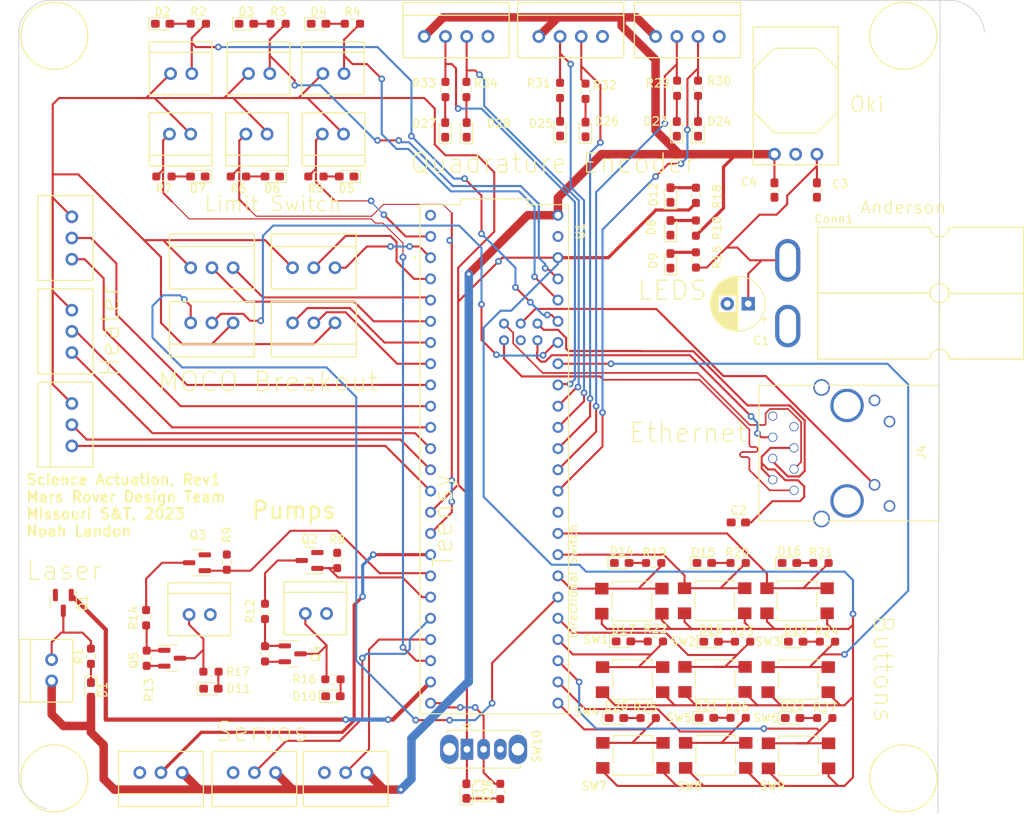
<source format=kicad_pcb>
(kicad_pcb (version 20221018) (generator pcbnew)
  (layers (0 "F.Cu" signal) (31 "B.Cu" signal) (34 "B.Paste" user) (35 "F.Paste" user) (36 "B.SilkS" user "B.Silkscreen") (37 "F.SilkS" user "F.Silkscreen") (38 "B.Mask" user) (39 "F.Mask" user) (44 "Edge.Cuts" user))
  (net 0 "")
  (net 1 "+12V")
  (net 2 "GND")
  (net 3 "Net-(C2-Pad2)")
  (net 4 "+5V")
  (net 5 "Net-(Q1-D)")
  (net 6 "+3V3")
  (net 7 "LimitSwitch1")
  (net 8 "LimitSwitch2")
  (net 9 "LimitSwitch3")
  (net 10 "LimitSwitch4")
  (net 11 "LimitSwitch5")
  (net 12 "LimitSwitch6")
  (net 13 "MOCO1_FWD")
  (net 14 "MOCO1_RVS")
  (net 15 "MOCO2_FWD")
  (net 16 "MOCO2_RVS")
  (net 17 "MOCO3_FWD")
  (net 18 "MOCO3_RVS")
  (net 19 "Net-(Q4-D)")
  (net 20 "Net-(Q5-D)")
  (net 21 "Heater_Temp")
  (net 22 "Heater_On")
  (net 23 "Pump2")
  (net 24 "Heater_Temp2")
  (net 25 "Heater_On2")
  (net 26 "Heater_Temp3")
  (net 27 "Heater_On3")
  (net 28 "Net-(D1-K)")
  (net 29 "Net-(D2-A)")
  (net 30 "Net-(D3-A)")
  (net 31 "Net-(D4-A)")
  (net 32 "Net-(D5-A)")
  (net 33 "Net-(D6-A)")
  (net 34 "Net-(D7-A)")
  (net 35 "Net-(D8-A)")
  (net 36 "Net-(D9-A)")
  (net 37 "Net-(D10-A)")
  (net 38 "Net-(D11-A)")
  (net 39 "Net-(D12-A)")
  (net 40 "Net-(D13-K)")
  (net 41 "Net-(D14-A)")
  (net 42 "Net-(D15-A)")
  (net 43 "Net-(D16-A)")
  (net 44 "Net-(D17-A)")
  (net 45 "Net-(D18-A)")
  (net 46 "Net-(D19-A)")
  (net 47 "Net-(D20-A)")
  (net 48 "Net-(D21-A)")
  (net 49 "Net-(D22-A)")
  (net 50 "Net-(D23-A)")
  (net 51 "Net-(D24-A)")
  (net 52 "Net-(D25-A)")
  (net 53 "Net-(D26-A)")
  (net 54 "Net-(D27-A)")
  (net 55 "Net-(D28-A)")
  (net 57 "LED")
  (net 59 "T+")
  (net 60 "T-")
  (net 62 "R+")
  (net 63 "R-")
  (net 64 "LAS")
  (net 65 "Pump1")
  (net 66 "Net-(Q2-D)")
  (net 67 "Net-(Q3-D)")
  (net 68 "Net-(Q4-G)")
  (net 69 "Net-(Q5-G)")
  (net 70 "Encoder_1a")
  (net 71 "Encoder_1b")
  (net 72 "Encoder_2a")
  (net 73 "Encoder_2b")
  (net 74 "Encoder_3a")
  (net 75 "Encoder_3b")
  (net 76 "SW1")
  (net 77 "SW2")
  (net 78 "SW3")
  (net 79 "SW4")
  (net 80 "SW5")
  (net 81 "SW6")
  (net 82 "SW7")
  (net 83 "SW8")
  (net 84 "SW9")
  (net 85 "DIR_SW")
  (net 86 "Servo_1")
  (net 87 "Servo_2")
  (net 88 "Servo_3")
  (net 89 "MOCO4_FWD")
  (net 90 "MOCO4_RVS")
  (footprint "Resistor_SMD:R_0603_1608Metric_Pad0.98x0.95mm_HandSolder" (layer "F.Cu") (at 79.756 22.813 -90)
    (fp_text reference "R32")
    (fp_text value "100")
  )
  (footprint "LED_SMD:LED_0603_1608Metric_Pad1.05x0.95mm_HandSolder" (layer "F.Cu") (at 90.678 27.319 90)
    (fp_text reference "D23")
    (fp_text value "YELLOW")
  )
  (footprint "MRDT_Connectors:MOLEX_SL_04_Vertical" (layer "F.Cu") (at 88.138 16.256)
    (fp_text reference "QuadEncode1" hide)
    (fp_text value "Molex_SL_04")
  )
  (footprint "MRDT_Devices:OKI_Horizontal" (layer "F.Cu") (at 107.442 30.353 180)
    (fp_text reference "U2" hide)
    (fp_text value "OKI" hide)
  )
  (footprint "Resistor_SMD:R_0603_1608Metric_Pad0.98x0.95mm_HandSolder" (layer "F.Cu") (at 108.3825 97.856656 180)
    (fp_text reference "R27")
    (fp_text value "100")
  )
  (footprint "LED_SMD:LED_0603_1608Metric_Pad1.05x0.95mm_HandSolder" (layer "F.Cu") (at 94.221 97.832656)
    (fp_text reference "D21")
    (fp_text value "Blue")
  )
  (footprint "LED_SMD:LED_0603_1608Metric_Pad1.05x0.95mm_HandSolder" (layer "F.Cu") (at 47.8085 14.732)
    (fp_text reference "D4")
    (fp_text value "YELLOW")
  )
  (footprint "Button_Switch_SMD:SW_SPST_TL3305A" (layer "F.Cu") (at 85.388 93.260656 180)
    (fp_text reference "SW4")
    (fp_text value "SW_Push")
  )
  (footprint "Button_Switch_SMD:SW_SPST_TL3305A" (layer "F.Cu") (at 105.068 83.814656 180)
    (fp_text reference "SW3")
    (fp_text value "SW_Push")
  )
  (footprint "MRDT_Connectors:MOLEX_SL_02_Vertical" (layer "F.Cu") (at 32.3215 85.471)
    (fp_text reference "Conn13" hide)
    (fp_text value "Molex_SL_02")
  )
  (footprint "MRDT_Connectors:MOLEX_SL_03_Vertical" (layer "F.Cu") (at 37.592 50.546 180)
    (fp_text reference "Conn17" hide)
    (fp_text value "Molex_SL_03")
  )
  (footprint "Capacitor_SMD:C_0603_1608Metric_Pad1.08x0.95mm_HandSolder" (layer "F.Cu") (at 102.362 34.6445 -90)
    (fp_text reference "C4")
    (fp_text value "10uF")
  )
  (footprint "MRDT_Connectors:MOLEX_SL_03_Vertical" (layer "F.Cu") (at 18.288 54.102 90)
    (fp_text reference "Conn15" hide)
    (fp_text value "Molex_SL_03")
  )
  (footprint "Package_TO_SOT_SMD:SOT-23" (layer "F.Cu") (at 17.272 84.074 -90)
    (fp_text reference "Q1")
    (fp_text value "BSS138")
  )
  (footprint "LED_SMD:LED_0603_1608Metric_Pad1.05x0.95mm_HandSolder" (layer "F.Cu") (at 65.496 106.605656 90)
    (fp_text reference "D13")
    (fp_text value "Blue")
  )
  (footprint "LED_SMD:LED_0603_1608Metric_Pad1.05x0.95mm_HandSolder" (layer "F.Cu") (at 89.916 35.239 90)
    (fp_text reference "D12")
    (fp_text value "Green")
  )
  (footprint "Resistor_SMD:R_0603_1608Metric_Pad0.98x0.95mm_HandSolder" (layer "F.Cu") (at 65.502 22.606 -90)
    (fp_text reference "R34")
    (fp_text value "100")
  )
  (footprint "Resistor_SMD:R_0603_1608Metric_Pad0.98x0.95mm_HandSolder" (layer "F.Cu") (at 33.4245 14.732)
    (fp_text reference "R2")
    (fp_text value "100")
  )
  (footprint "Resistor_SMD:R_0603_1608Metric_Pad0.98x0.95mm_HandSolder" (layer "F.Cu") (at 98.552 88.712656 180)
    (fp_text reference "R23")
    (fp_text value "100")
  )
  (footprint "MRDT_Connectors:Square_Anderson_2_H_Side_By_Side" (layer "F.Cu") (at 103.5762 51.477 180)
    (fp_text reference "Conn1")
    (fp_text value "AndersonPP")
  )
  (footprint "LED_SMD:LED_0603_1608Metric_Pad1.05x0.95mm_HandSolder" (layer "F.Cu") (at 39.1725 14.732)
    (fp_text reference "D3")
    (fp_text value "YELLOW")
  )
  (footprint "Button_Switch_THT:SW_Slide_1P2T_CK_OS102011MS2Q" (layer "F.Cu") (at 65.564 101.6)
    (fp_text reference "SW10")
    (fp_text value "SW_SPDT")
  )
  (footprint "MRDT_Connectors:RJ45_Teensy" (layer "F.Cu") (at 124.0495 66.025156 90)
    (fp_text reference "J4")
    (fp_text value "RJ45_LED_Shielded")
  )
  (footprint "LED_SMD:LED_0603_1608Metric_Pad1.05x0.95mm_HandSolder" (layer "F.Cu") (at 62.962 27.4415 90)
    (fp_text reference "D27")
    (fp_text value "YELLOW")
  )
  (footprint "LED_SMD:LED_0603_1608Metric_Pad1.05x0.95mm_HandSolder" (layer "F.Cu") (at 93.218 27.319 90)
    (fp_text reference "D24")
    (fp_text value "YELLOW")
  )
  (footprint "Resistor_SMD:R_0603_1608Metric_Pad0.98x0.95mm_HandSolder" (layer "F.Cu") (at 34.939 92.31075 180)
    (fp_text reference "R17")
    (fp_text value "1k")
  )
  (footprint "MRDT_Connectors:MOLEX_SL_02_Vertical" (layer "F.Cu") (at 32.512 27.94 180)
    (fp_text reference "Conn8" hide)
    (fp_text value "Molex_SL_02")
  )
  (footprint "Resistor_SMD:R_0603_1608Metric_Pad0.98x0.95mm_HandSolder" (layer "F.Cu") (at 108.7025 88.712656 180)
    (fp_text reference "R24")
    (fp_text value "100")
  )
  (footprint "MRDT_Connectors:MOLEX_SL_02_Vertical" (layer "F.Cu") (at 41.656 27.94 180)
    (fp_text reference "Conn7" hide)
    (fp_text value "Molex_SL_02")
  )
  (footprint "Resistor_SMD:R_0603_1608Metric_Pad0.98x0.95mm_HandSolder" (layer "F.Cu") (at 27.2415 90.69725 90)
    (fp_text reference "R13")
    (fp_text value "10k")
  )
  (footprint "MRDT_Connectors:MOLEX_SL_02_Vertical" (layer "F.Cu") (at 39.4335 20.701)
    (fp_text reference "Conn4" hide)
    (fp_text value "Molex_SL_02")
  )
  (footprint "Resistor_SMD:R_0603_1608Metric_Pad0.98x0.95mm_HandSolder" (layer "F.Cu") (at 98.0215 79.290656 180)
    (fp_text reference "R20")
    (fp_text value "100")
  )
  (footprint "Resistor_SMD:R_0603_1608Metric_Pad0.98x0.95mm_HandSolder" (layer "F.Cu") (at 92.964 39.1995 90)
    (fp_text reference "R10")
    (fp_text value "300")
  )
  (footprint "Resistor_SMD:R_0603_1608Metric_Pad0.98x0.95mm_HandSolder" (layer "F.Cu") (at 92.964 43.0095 90)
    (fp_text reference "R15")
    (fp_text value "1k")
  )
  (footprint "Resistor_SMD:R_0603_1608Metric_Pad0.98x0.95mm_HandSolder" (layer "F.Cu") (at 49.53 93.218 180)
    (fp_text reference "R16")
    (fp_text value "1k")
  )
  (footprint "Resistor_SMD:R_0603_1608Metric_Pad0.98x0.95mm_HandSolder" (layer "F.Cu") (at 42.973 14.732)
    (fp_text reference "R3")
    (fp_text value "100")
  )
  (footprint "MRDT_Connectors:MOLEX_SL_04_Vertical" (layer "F.Cu") (at 60.452 16.256)
    (fp_text reference "QuadEncode3" hide)
    (fp_text value "Molex_SL_04")
  )
  (footprint "Button_Switch_SMD:SW_SPST_TL3305A" (layer "F.Cu") (at 105.2 93.260656 180)
    (fp_text reference "SW6")
    (fp_text value "SW_Push")
  )
  (footprint "MRDT_Connectors:MOLEX_SL_04_Vertical" (layer "F.Cu") (at 74.168 16.256)
    (fp_text reference "QuadEncode2" hide)
    (fp_text value "Molex_SL_04")
  )
  (footprint "MRDT_Connectors:MOLEX_SL_03_Vertical" (layer "F.Cu") (at 53.594 104.394 180)
    (fp_text reference "Servo2" hide)
    (fp_text value "Molex_SL_03")
  )
  (footprint "Capacitor_SMD:C_0603_1608Metric_Pad1.08x0.95mm_HandSolder" (layer "F.Cu") (at 107.442 34.6445 -90)
    (fp_text reference "C3")
    (fp_text value "10uF")
  )
  (footprint "Resistor_SMD:R_0603_1608Metric_Pad0.98x0.95mm_HandSolder" (layer "F.Cu") (at 36.83 79.18875 90)
    (fp_text reference "R9")
    (fp_text value "4.7k")
  )
  (footprint "MRDT_Connectors:MOLEX_SL_03_Vertical" (layer "F.Cu") (at 32.512 43.942)
    (fp_text reference "Conn10" hide)
    (fp_text value "Molex_SL_03")
  )
  (footprint "Capacitor_THT:CP_Radial_D6.3mm_P2.50mm" (layer "F.Cu") (at 99.22638 48.26 180)
    (fp_text reference "C1")
    (fp_text value "220uF")
  )
  (footprint "LED_SMD:LED_0603_1608Metric_Pad1.05x0.95mm_HandSolder" (layer "F.Cu") (at 94.7795 88.712656)
    (fp_text reference "D18")
    (fp_text value "Blue")
  )
  (footprint "Resistor_SMD:R_0603_1608Metric_Pad0.98x0.95mm_HandSolder" (layer "F.Cu") (at 51.863 14.732)
    (fp_text reference "R4")
    (fp_text value "100")
  )
  (footprint "MRDT_Connectors:MOLEX_SL_03_Vertical" (layer "F.Cu") (at 18.288 42.926 90)
    (fp_text reference "Conn14" hide)
    (fp_text value "Molex_SL_03")
  )
  (footprint "MRDT_Connectors:MOLEX_SL_02_Vertical" (layer "F.Cu") (at 30.099 20.701)
    (fp_text reference "Conn3" hide)
    (fp_text value "Molex_SL_02")
  )
  (footprint "Resistor_SMD:R_0603_1608Metric_Pad0.98x0.95mm_HandSolder" (layer "F.Cu") (at 62.992 22.606 90)
    (fp_text reference "R33")
    (fp_text value "100")
  )
  (footprint "Button_Switch_SMD:SW_SPST_TL3305A" (layer "F.Cu") (at 85.3 83.862656 180)
    (fp_text reference "SW1")
    (fp_text value "SW_Push")
  )
  (footprint "MRDT_Connectors:MOLEX_SL_03_Vertical" (layer "F.Cu") (at 18.288 65.278 90)
    (fp_text reference "Conn16" hide)
    (fp_text value "Molex_SL_03")
  )
  (footprint "Resistor_SMD:R_0603_1608Metric_Pad0.98x0.95mm_HandSolder" (layer "F.Cu") (at 76.708 22.7095 90)
    (fp_text reference "R31")
    (fp_text value "100")
  )
  (footprint "Resistor_SMD:R_0603_1608Metric_Pad0.98x0.95mm_HandSolder" (layer "F.Cu") (at 47.498 33.02 180)
    (fp_text reference "R5")
    (fp_text value "100")
  )
  (footprint "LED_SMD:LED_0603_1608Metric_Pad1.05x0.95mm_HandSolder" (layer "F.Cu") (at 84.089 79.290656)
    (fp_text reference "D14")
    (fp_text value "Blue")
  )
  (footprint "LED_SMD:LED_0603_1608Metric_Pad1.05x0.95mm_HandSolder" (layer "F.Cu") (at 33.368 33.02 180)
    (fp_text reference "D7")
    (fp_text value "YELLOW")
  )
  (footprint "Button_Switch_SMD:SW_SPST_TL3305A" (layer "F.Cu") (at 95.334 102.332656 180)
    (fp_text reference "SW8")
    (fp_text value "SW_Push")
  )
  (footprint "LED_SMD:LED_0603_1608Metric_Pad1.05x0.95mm_HandSolder" (layer "F.Cu") (at 42.277 33.02 180)
    (fp_text reference "D6")
    (fp_text value "YELLOW")
  )
  (footprint "LED_SMD:LED_0603_1608Metric_Pad1.05x0.95mm_HandSolder" (layer "F.Cu") (at 104.902 88.712656)
    (fp_text reference "D19")
    (fp_text value "Blue")
  )
  (footprint "Resistor_SMD:R_0603_1608Metric_Pad0.98x0.95mm_HandSolder" (layer "F.Cu") (at 88.1155 88.688656 180)
    (fp_text reference "R22")
    (fp_text value "100")
  )
  (footprint "Button_Switch_SMD:SW_SPST_TL3305A" (layer "F.Cu") (at 95.25 93.236656 180)
    (fp_text reference "SW5")
    (fp_text value "SW_Push")
  )
  (footprint "MRDT_Drill_Holes:4_40_Hole_Corner" (layer "F.Cu") (at 20.193 101.07676 180)
    (fp_text reference "H4" hide)
    (fp_text value "MountingHole" hide)
  )
  (footprint "LED_SMD:LED_0603_1608Metric_Pad1.05x0.95mm_HandSolder" (layer "F.Cu") (at 89.916 43.113 90)
    (fp_text reference "D9")
    (fp_text value "Green")
  )
  (footprint "MRDT_Connectors:MOLEX_SL_02_Vertical" (layer "F.Cu") (at 46.228 85.344)
    (fp_text reference "Conn12" hide)
    (fp_text value "Molex_SL_02")
  )
  (footprint "LED_SMD:LED_0603_1608Metric_Pad1.05x0.95mm_HandSolder" (layer "F.Cu") (at 51.167 33.02 180)
    (fp_text reference "D5")
    (fp_text value "YELLOW")
  )
  (footprint "LED_SMD:LED_0603_1608Metric_Pad1.05x0.95mm_HandSolder" (layer "F.Cu") (at 93.967 79.290656)
    (fp_text reference "D15")
    (fp_text value "Blue")
  )
  (footprint "Resistor_SMD:R_0603_1608Metric_Pad0.98x0.95mm_HandSolder" (layer "F.Cu") (at 38.2225 33.02 180)
    (fp_text reference "R6")
    (fp_text value "100")
  )
  (footprint "MRDT_Connectors:MOLEX_SL_02_Vertical" (layer "F.Cu") (at 48.3235 20.701)
    (fp_text reference "Conn5" hide)
    (fp_text value "Molex_SL_02")
  )
  (footprint "LED_SMD:LED_0603_1608Metric_Pad1.05x0.95mm_HandSolder" (layer "F.Cu") (at 89.916 39.162 90)
    (fp_text reference "D8")
    (fp_text value "Green")
  )
  (footprint "LED_SMD:LED_0603_1608Metric_Pad1.05x0.95mm_HandSolder" (layer "F.Cu") (at 29.156 14.732)
    (fp_text reference "D2")
    (fp_text value "YELLOW")
  )
  (footprint "Resistor_SMD:R_0603_1608Metric_Pad0.98x0.95mm_HandSolder" (layer "F.Cu") (at 107.9275 79.290656 180)
    (fp_text reference "R21")
    (fp_text value "100")
  )
  (footprint "Button_Switch_SMD:SW_SPST_TL3305A" (layer "F.Cu") (at 85.428 102.332656 180)
    (fp_text reference "SW7")
    (fp_text value "SW_Push")
  )
  (footprint "LED_SMD:LED_0603_1608Metric_Pad1.05x0.95mm_HandSolder" (layer "F.Cu") (at 20.574 94.488 -90)
    (fp_text reference "D1")
    (fp_text value "Orange")
  )
  (footprint "MRDT_Shields:Teensy_4_1_Ethernet" (layer "F.Cu") (at 68.834 66.868656 -90)
    (fp_text reference "U1")
    (fp_text value "Teensy4.1_DEV-16771")
  )
  (footprint "Package_TO_SOT_SMD:SOT-23" (layer "F.Cu") (at 30.2895 90.69725)
    (fp_text reference "Q5")
    (fp_text value "AO3401A")
  )
  (footprint "MRDT_Connectors:MOLEX_SL_03_Vertical" (layer "F.Cu") (at 31.496 104.394 180)
    (fp_text reference "Servo1" hide)
    (fp_text value "Molex_SL_03")
  )
  (footprint "LED_SMD:LED_0603_1608Metric_Pad1.05x0.95mm_HandSolder" (layer "F.Cu") (at 76.708 27.291 90)
    (fp_text reference "D25")
    (fp_text value "YELLOW")
  )
  (footprint "LED_SMD:LED_0603_1608Metric_Pad1.05x0.95mm_HandSolder" (layer "F.Cu") (at 65.532 27.4415 90)
    (fp_text reference "D28")
    (fp_text value "YELLOW")
  )
  (footprint "Resistor_SMD:R_0603_1608Metric_Pad0.98x0.95mm_HandSolder" (layer "F.Cu") (at 41.402 90.17 90)
    (fp_text reference "R11" hide)
    (fp_text value "10k")
  )
  (footprint "Resistor_SMD:R_0603_1608Metric_Pad0.98x0.95mm_HandSolder" (layer "F.Cu") (at 50.038 78.994 90)
    (fp_text reference "R8")
    (fp_text value "4.7k")
  )
  (footprint "MRDT_Connectors:MOLEX_SL_03_Vertical" (layer "F.Cu") (at 49.784 50.546 180)
    (fp_text reference "Conn9" hide)
    (fp_text value "Molex_SL_03")
  )
  (footprint "LED_SMD:LED_0603_1608Metric_Pad1.05x0.95mm_HandSolder" (layer "F.Cu") (at 104.535 97.856656)
    (fp_text reference "D22")
    (fp_text value "Blue")
  )
  (footprint "Resistor_SMD:R_0603_1608Metric_Pad0.98x0.95mm_HandSolder" (layer "F.Cu") (at 41.402 85.09 90)
    (fp_text reference "R12")
    (fp_text value "10k")
  )
  (footprint "Resistor_SMD:R_0603_1608Metric_Pad0.98x0.95mm_HandSolder" (layer "F.Cu") (at 93.218 22.4555 -90)
    (fp_text reference "R30")
    (fp_text value "100")
  )
  (footprint "MRDT_Connectors:MOLEX_SL_03_Vertical" (layer "F.Cu") (at 44.704 43.942)
    (fp_text reference "Conn11" hide)
    (fp_text value "Molex_SL_03")
  )
  (footprint "LED_SMD:LED_0603_1608Metric_Pad1.05x0.95mm_HandSolder" (layer "F.Cu") (at 49.53 95.25)
    (fp_text reference "D10")
    (fp_text value "Orange")
  )
  (footprint "Resistor_SMD:R_0603_1608Metric_Pad0.98x0.95mm_HandSolder" (layer "F.Cu") (at 87.2535 97.856656 180)
    (fp_text reference "R25")
    (fp_text value "100")
  )
  (footprint "Capacitor_SMD:C_0603_1608Metric_Pad1.08x0.95mm_HandSolder" (layer "F.Cu") (at 98.044 74.4405)
    (fp_text reference "C2")
    (fp_text value "0.1uF")
  )
  (footprint "Resistor_SMD:R_0603_1608Metric_Pad0.98x0.95mm_HandSolder" (layer "F.Cu") (at 92.964 35.2765 90)
    (fp_text reference "R18")
    (fp_text value "100")
  )
  (footprint "Resistor_SMD:R_0603_1608Metric_Pad0.98x0.95mm_HandSolder" (layer "F.Cu") (at 98.0215 97.832656 180)
    (fp_text reference "R26")
    (fp_text value "100")
  )
  (footprint "MRDT_Drill_Holes:4_40_Hole_Corner" (layer "F.Cu") (at 113.77676 20.193)
    (fp_text reference "H2" hide)
    (fp_text value "MountingHole" hide)
  )
  (footprint "Resistor_SMD:R_0603_1608Metric_Pad0.98x0.95mm_HandSolder" (layer "F.Cu") (at 69.56 106.643156 90)
    (fp_text reference "R28")
    (fp_text value "100")
  )
  (footprint "LED_SMD:LED_0603_1608Metric_Pad1.05x0.95mm_HandSolder" (layer "F.Cu") (at 83.453 97.856656)
    (fp_text reference "D20")
    (fp_text value "Blue")
  )
  (footprint "LED_SMD:LED_0603_1608Metric_Pad1.05x0.95mm_HandSolder" (layer "F.Cu") (at 79.756 27.3945 90)
    (fp_text reference "D26")
    (fp_text value "YELLOW")
  )
  (footprint "Resistor_SMD:R_0603_1608Metric_Pad0.98x0.95mm_HandSolder" (layer "F.Cu") (at 29.3135 33.02 180)
    (fp_text reference "R7")
    (fp_text value "100")
  )
  (footprint "Resistor_SMD:R_0603_1608Metric_Pad0.98x0.95mm_HandSolder" (layer "F.Cu") (at 90.708 22.4555 90)
    (fp_text reference "R29")
    (fp_text value "100")
  )
  (footprint "Package_TO_SOT_SMD:SOT-23" (layer "F.Cu") (at 33.259 79.26725 180)
    (fp_text reference "Q3")
    (fp_text value "BSS138")
  )
  (footprint "MRDT_Drill_Holes:4_40_Hole_Corner" (layer "F.Cu") (at 113.77676 101.07676 -90)
    (fp_text reference "H3" hide)
    (fp_text value "MountingHole" hide)
  )
  (footprint "Resistor_SMD:R_0603_1608Metric_Pad0.98x0.95mm_HandSolder" (layer "F.Cu") (at 20.574 90.4615 90)
    (fp_text reference "R1")
    (fp_text value "300")
  )
  (footprint "LED_SMD:LED_0603_1608Metric_Pad1.05x0.95mm_HandSolder" (layer "F.Cu") (at 104.155 79.290656)
    (fp_text reference "D16")
    (fp_text value "Blue")
  )
  (footprint "LED_SMD:LED_0603_1608Metric_Pad1.05x0.95mm_HandSolder" (layer "F.Cu") (at 34.939 94.34275)
    (fp_text reference "D11")
    (fp_text value "Orange")
  )
  (footprint "Resistor_SMD:R_0603_1608Metric_Pad0.98x0.95mm_HandSolder" (layer "F.Cu") (at 87.9085 79.290656 180)
    (fp_text reference "R19")
    (fp_text value "100")
  )
  (footprint "Resistor_SMD:R_0603_1608Metric_Pad0.98x0.95mm_HandSolder" (layer "F.Cu") (at 27.178 85.84775 90)
    (fp_text reference "R14")
    (fp_text value "10k")
  )
  (footprint "Package_TO_SOT_SMD:SOT-23" (layer "F.Cu") (at 44.704 90.17)
    (fp_text reference "Q4")
    (fp_text value "AO3401A")
  )
  (footprint "MRDT_Drill_Holes:4_40_Hole_Corner" (layer "F.Cu") (at 20.193 20.193 90)
    (fp_text reference "H1" hide)
    (fp_text value "MountingHole" hide)
  )
  (footprint "LED_SMD:LED_0603_1608Metric_Pad1.05x0.95mm_HandSolder" (layer "F.Cu") (at 84.296 88.688656)
    (fp_text reference "D17")
    (fp_text value "Blue")
  )
  (footprint "MRDT_Connectors:MOLEX_SL_03_Vertical" (layer "F.Cu") (at 42.672 104.394 180)
    (fp_text reference "Servo3" hide)
    (fp_text value "Molex_SL_03")
  )
  (footprint "Package_TO_SOT_SMD:SOT-23" (layer "F.Cu") (at 46.736 78.994 180)
    (fp_text reference "Q2")
    (fp_text value "BSS138")
  )
  (footprint "Button_Switch_SMD:SW_SPST_TL3305A" (layer "F.Cu") (at 95.206 83.814656 180)
    (fp_text reference "SW2")
    (fp_text value "SW_Push")
  )
  (footprint "MRDT_Connectors:MOLEX_SL_02_Vertical" (layer "F.Cu") (at 50.8 27.94 180)
    (fp_text reference "Conn6" hide)
    (fp_text value "Molex_SL_02")
  )
  (footprint "Button_Switch_SMD:SW_SPST_TL3305A" (layer "F.Cu") (at 105.24 102.380656 180)
    (fp_text reference "SW9")
    (fp_text value "SW_Push")
  )
  (footprint "MRDT_Connectors:MOLEX_SL_02_Vertical" (layer "F.Cu") (at 15.875 93.4085 90)
    (fp_text reference "Conn2" hide)
    (fp_text value "Molex_SL_02")
  )
  (gr_arc (start 11.938 15.24) (mid 13.119331 13.119331) (end 15.24 11.938) (stroke (width 0.1)) (layer "Edge.Cuts"))
  (gr_arc (start 123.729276 11.941795) (mid 126.275463 13.192815) (end 127.507999 15.748) (stroke (width 0.1)) (layer "Edge.Cuts"))
  (gr_line (start 15.24 11.938) (end 123.729276 11.941795) (stroke (width 0.1)) (layer "Edge.Cuts"))
  (gr_line (start 121.92 109.22) (end 122.174 11.938) (stroke (width 0.1)) (layer "Edge.Cuts"))
  (gr_arc (start 15.24 108.712) (mid 13.119331 107.530669) (end 11.938 105.41) (stroke (width 0.1)) (layer "Edge.Cuts"))
  (gr_line (start 11.938 105.41) (end 11.938 15.24) (stroke (width 0.1)) (layer "Edge.Cuts"))
  (gr_text "LEDS" (at 85.852 48.006) (layer "F.SilkS") (effects (font (size 2.286 2.286)) (justify left bottom)))
  (gr_text "Buttons" (at 114.046 85.410656 270) (layer "F.SilkS") (effects (font (size 2.286 2.286)) (justify left bottom)))
  (gr_text "MOCO Breakout" (at 28.448 58.928) (layer "F.SilkS") (effects (font (size 2.286 2.286)) (justify left bottom)))
  (gr_text "Directional Switch\n" (at 78.824 88.442656 90) (layer "F.SilkS") (effects (font (size 1 1)) (justify left bottom)))
  (gr_text "Quadrature Encoder\n" (at 58.674 32.766) (layer "F.SilkS") (effects (font (size 2.286 2.286)) (justify left bottom)))
  (gr_text "Pumps" (at 39.624 74.168) (layer "F.SilkS") (effects (font (size 2.032 2.032) (thickness 0.3) bold) (justify left bottom)))
  (gr_text "Oki\n" (at 111.252 25.4) (layer "F.SilkS") (effects (font (size 1.778 1.778)) (justify left bottom)))
  (gr_text "Laser" (at 12.7 81.534) (layer "F.SilkS") (effects (font (size 2.286 2.286)) (justify left bottom)))
  (gr_text "Science Actuation, Rev1\nMars Rover Design Team\nMissouri S&T, 2023\nNoah Landon" (at 12.7 76.2) (layer "F.SilkS") (effects (font (size 1.27 1.27) (thickness 0.254)) (justify left bottom)))
  (gr_text "Servos\n" (at 35.306 100.838) (layer "F.SilkS") (effects (font (size 2.286 2.286)) (justify left bottom)))
  (gr_text "Heater\n" (at 24.13 57.15 90) (layer "F.SilkS") (effects (font (size 2.286 2.286)) (justify left bottom)))
  (gr_text "Teensy\n" (at 64.008 80.01 90) (layer "F.SilkS") (effects (font (size 2.286 2.286)) (justify left bottom)))
  (gr_text "Ethernet" (at 84.836 65.024) (layer "F.SilkS") (effects (font (size 2.286 2.286)) (justify left bottom)))
  (gr_text "Anderson" (at 112.522 37.592) (layer "F.SilkS") (effects (font (size 1.524 1.524)) (justify left bottom)))
  (gr_text "Limit Switch\n" (at 34.036 37.338) (layer "F.SilkS") (effects (font (size 1.778 1.778)) (justify left bottom)))
  (segment (start 102.616 37.592) (end 100.584 37.592) (width 0.254) (layer "F.Cu") (net 1))
  (segment (start 43.7665 91.12) (end 41.4395 91.12) (width 0.25) (layer "F.Cu") (net 1))
  (segment (start 107.442 31.75) (end 103.886 35.306) (width 0.254) (layer "F.Cu") (net 1))
  (segment (start 103.9508 43.053) (end 100.838 43.053) (width 0.25) (layer "F.Cu") (net 1))
  (segment (start 96.647 41.529) (end 95.885 42.291) (width 0.254) (layer "F.Cu") (net 1))
  (segment (start 97.917 41.529) (end 96.647 41.529) (width 0.25) (layer "F.Cu") (net 1))
  (segment (start 103.886 36.322) (end 102.616 37.592) (width 0.254) (layer "F.Cu") (net 1))
  (segment (start 107.442 30.353) (end 107.442 31.75) (width 0.254) (layer "F.Cu") (net 1))
  (segment (start 99.441 43.053) (end 97.917 41.529) (width 0.25) (layer "F.Cu") (net 1))
  (segment (start 100.584 37.592) (end 96.647 41.529) (width 0.254) (layer "F.Cu") (net 1))
  (segment (start 29.3145 91.60975) (end 29.352 91.64725) (width 0.25) (layer "F.Cu") (net 1))
  (segment (start 27.2415 91.60975) (end 29.3145 91.60975) (width 0.25) (layer "F.Cu") (net 1))
  (segment (start 103.886 35.306) (end 103.886 36.322) (width 0.254) (layer "F.Cu") (net 1))
  (segment (start 107.442 30.353) (end 107.442 33.782) (width 0.254) (layer "F.Cu") (net 1))
  (segment (start 100.838 43.053) (end 99.22638 44.66462) (width 0.25) (layer "F.Cu") (net 1))
  (segment (start 41.4395 91.12) (end 41.402 91.0825) (width 0.25) (layer "F.Cu") (net 1))
  (segment (start 95.885 42.291) (end 94.254 43.922) (width 0.254) (layer "F.Cu") (net 1))
  (segment (start 94.254 43.922) (end 92.964 43.922) (width 0.254) (layer "F.Cu") (net 1))
  (segment (start 100.838 43.053) (end 99.441 43.053) (width 0.25) (layer "F.Cu") (net 1))
  (segment (start 99.22638 44.66462) (end 99.22638 48.26) (width 0.25) (layer "F.Cu") (net 1))
  (segment (start 34.391 94.68625) (end 34.3535 94.72375) (width 0.25) (layer "F.Cu") (net 2))
  (segment (start 96.012 16.002) (end 95.758 16.256) (width 0.25) (layer "F.Cu") (net 2))
  (segment (start 76.8115 28.2695) (end 76.708 28.166) (width 0.25) (layer "F.Cu") (net 2))
  (segment (start 69.56 101.568) (end 69.528 101.6) (width 0.254) (layer "F.Cu") (net 2))
  (segment (start 100.838 67.3285) (end 101.6 68.0905) (width 0.25) (layer "F.Cu") (net 3))
  (segment (start 100.838 67.3285) (end 100.838 68.003656) (width 0.25) (layer "F.Cu") (net 3))
  (segment (start 105.918 70.1225) (end 105.918 71.3925) (width 0.25) (layer "F.Cu") (net 3))
  (segment (start 101.6 68.0905) (end 102.362 68.0905) (width 0.25) (layer "F.Cu") (net 3))
  (segment (start 104.6995 65.515156) (end 101.889344 65.515156) (width 0.25) (layer "F.Cu") (net 3))
  (segment (start 100.838 68.003656) (end 102.1595 69.325156) (width 0.25) (layer "F.Cu") (net 3))
  (segment (start 100.838 66.5665) (end 100.838 67.3285) (width 0.25) (layer "F.Cu") (net 3))
  (segment (start 105.41 71.9005) (end 102.108 71.9005) (width 0.25) (layer "F.Cu") (net 3))
  (segment (start 102.362 68.0905) (end 103.655656 69.384156) (width 0.25) (layer "F.Cu") (net 3))
  (segment (start 105.918 71.3925) (end 105.41 71.9005) (width 0.25) (layer "F.Cu") (net 3))
  (segment (start 101.889344 65.515156) (end 100.838 66.5665) (width 0.25) (layer "F.Cu") (net 3))
  (segment (start 102.108 71.9005) (end 99.568 74.4405) (width 0.25) (layer "F.Cu") (net 3))
  (segment (start 103.655656 69.384156) (end 105.179656 69.384156) (width 0.25) (layer "F.Cu") (net 3))
  (segment (start 99.568 74.4405) (end 98.9065 74.4405) (width 0.25) (layer "F.Cu") (net 3))
  (segment (start 105.179656 69.384156) (end 105.918 70.1225) (width 0.25) (layer "F.Cu") (net 3))
  (segment (start 60.452 16.256) (end 62.738 13.97) (width 1.016) (layer "F.Cu") (net 4))
  (segment (start 84.074 14.986) (end 88.138 19.05) (width 1.016) (layer "F.Cu") (net 4))
  (segment (start 88.138 16.256) (end 85.852 13.97) (width 1.016) (layer "F.Cu") (net 4))
  (segment (start 88.138 27.516139) (end 88.138 19.05) (width 1.016) (layer "F.Cu") (net 4))
  (segment (start 17.272 98.806) (end 15.875 97.409) (width 1.016) (layer "F.Cu") (net 4))
  (segment (start 74.168 16.256) (end 76.454 13.97) (width 1.016) (layer "F.Cu") (net 4))
  (segment (start 23.368 106.426) (end 22.098 105.156) (width 1.016) (layer "F.Cu") (net 4))
  (segment (start 97.79 30.353) (end 90.974861 30.353) (width 1.016) (layer "F.Cu") (net 4))
  (segment (start 22.098 105.156) (end 22.098 101.092) (width 1.016) (layer "F.Cu") (net 4))
  (segment (start 76.454 37.658656) (end 76.454 35.56) (width 1.016) (layer "F.Cu") (net 4))
  (segment (start 33.528 106.426) (end 31.496 104.394) (width 1.016) (layer "F.Cu") (net 4))
  (segment (start 55.626 106.426) (end 53.594 104.394) (width 1.016) (layer "F.Cu") (net 4))
  (segment (start 57.658 106.426) (end 55.626 106.426) (width 1.016) (layer "F.Cu") (net 4))
  (segment (start 20.574 99.568) (end 20.574 98.806) (width 1.016) (layer "F.Cu") (net 4))
  (segment (start 76.454 37.658656) (end 72.831344 37.658656) (width 1.016) (layer "F.Cu") (net 4))
  (segment (start 96.266 31.877) (end 96.266 36.81) (width 0.381) (layer "F.Cu") (net 4))
  (segment (start 96.266 36.81) (end 92.964 40.112) (width 0.381) (layer "F.Cu") (net 4))
  (segment (start 102.362 30.353) (end 97.79 30.353) (width 1.016) (layer "F.Cu") (net 4))
  (segment (start 84.074 13.97) (end 84.074 14.986) (width 1.016) (layer "F.Cu") (net 4))
  (segment (start 81.661 30.353) (end 90.974861 30.353) (width 1.016) (layer "F.Cu") (net 4))
  (segment (start 90.974861 30.353) (end 88.138 27.516139) (width 1.016) (layer "F.Cu") (net 4))
  (segment (start 51.308 106.68) (end 51.435 106.553) (width 0.254) (layer "F.Cu") (net 4))
  (segment (start 20.574 98.806) (end 20.574 95.363) (width 1.016) (layer "F.Cu") (net 4))
  (segment (start 20.574 98.806) (end 17.272 98.806) (width 1.016) (layer "F.Cu") (net 4))
  (segment (start 55.626 106.426) (end 44.704 106.426) (width 1.016) (layer "F.Cu") (net 4))
  (segment (start 102.362 33.782) (end 102.362 30.353) (width 0.254) (layer "F.Cu") (net 4))
  (segment (start 15.875 97.409) (end 15.875 93.4085) (width 1.016) (layer "F.Cu") (net 4))
  (segment (start 33.528 106.426) (end 23.368 106.426) (width 1.016) (layer "F.Cu") (net 4))
  (segment (start 44.704 106.426) (end 42.672 104.394) (width 1.016) (layer "F.Cu") (net 4))
  (segment (start 62.738 13.97) (end 84.074 13.97) (width 1.016) (layer "F.Cu") (net 4))
  (segment (start 22.098 101.092) (end 20.574 99.568) (width 1.016) (layer "F.Cu") (net 4))
  (segment (start 97.79 30.353) (end 96.266 31.877) (width 0.381) (layer "F.Cu") (net 4))
  (segment (start 84.074 13.97) (end 85.852 13.97) (width 1.016) (layer "F.Cu") (net 4))
  (segment (start 76.454 35.56) (end 81.661 30.353) (width 1.016) (layer "F.Cu") (net 4))
  (segment (start 44.704 106.426) (end 33.528 106.426) (width 1.016) (layer "F.Cu") (net 4))
  (segment (start 72.831344 37.658656) (end 65.786 44.704) (width 1.016) (layer "F.Cu") (net 4))
  (via (at 65.786 44.704) (size 0.8) (drill 0.4) (layers "F.Cu" "B.Cu") (net 4))
  (via (at 57.658 106.426) (size 0.8) (drill 0.4) (layers "F.Cu" "B.Cu") (net 4))
  (segment (start 58.928 105.156) (end 57.658 106.426) (width 1.016) (layer "B.Cu") (net 4))
  (segment (start 65.786 44.704) (end 65.786 93.538656) (width 1.016) (layer "B.Cu") (net 4))
  (segment (start 65.786 93.538656) (end 65.680159 93.538656) (width 1.016) (layer "B.Cu") (net 4))
  (segment (start 58.928 100.290815) (end 58.928 105.156) (width 1.016) (layer "B.Cu") (net 4))
  (segment (start 65.680159 93.538656) (end 58.928 100.290815) (width 1.016) (layer "B.Cu") (net 4))
  (segment (start 17.272 87.63) (end 17.018 87.63) (width 0.254) (layer "F.Cu") (net 5))
  (segment (start 20.574 89.549) (end 20.574 88.646) (width 0.254) (layer "F.Cu") (net 5))
  (segment (start 17.272 87.63) (end 17.272 85.0115) (width 0.254) (layer "F.Cu") (net 5))
  (segment (start 19.558 87.63) (end 17.272 87.63) (width 0.254) (layer "F.Cu") (net 5))
  (segment (start 17.018 87.63) (end 15.875 88.773) (width 0.254) (layer "F.Cu") (net 5))
  (segment (start 15.875 88.773) (end 15.875 90.8685) (width 0.254) (layer "F.Cu") (net 5))
  (segment (start 20.574 88.646) (end 19.558 87.63) (width 0.254) (layer "F.Cu") (net 5))
  (segment (start 27.178 23.622) (end 26.67 23.622) (width 0.25) (layer "F.Cu") (net 6))
  (segment (start 98.806 86.426656) (end 98.806 85.314656) (width 0.254) (layer "F.Cu") (net 6))
  (segment (start 16.002 46.736) (end 16.002 57.912) (width 0.254) (layer "F.Cu") (net 6))
  (segment (start 16.002 35.56) (end 16.002 46.736) (width 0.254) (layer "F.Cu") (net 6))
  (segment (start 102.362 87.188656) (end 99.568 87.188656) (width 0.254) (layer "F.Cu") (net 6))
  (segment (start 28.956 50.546) (end 31.496 53.086) (width 0.254) (layer "F.Cu") (net 6))
  (segment (start 69.342 43.18) (end 64.516 48.006) (width 0.254) (layer "F.Cu") (net 6))
  (segment (start 46.482 23.622) (end 46.228 23.622) (width 0.25) (layer "F.Cu") (net 6))
  (segment (start 108.84 104.842656) (end 109.982 105.984656) (width 0.25) (layer "F.Cu") (net 6))
  (segment (start 36.5125 23.622) (end 36.068 23.622) (width 0.25) (layer "F.Cu") (net 6))
  (segment (start 92.456 87.188656) (end 89.916 87.188656) (width 0.254) (layer "F.Cu") (net 6))
  (segment (start 16.002 57.912) (end 18.288 60.198) (width 0.254) (layer "F.Cu") (net 6))
  (segment (start 89.916 87.188656) (end 82.296 87.188656) (width 0.254) (layer "F.Cu") (net 6))
  (segment (start 109.22 87.188656) (end 108.668 86.636656) (width 0.254) (layer "F.Cu") (net 6))
  (segment (start 50.8 27.94) (end 46.482 23.622) (width 0.25) (layer "F.Cu") (net 6))
  (segment (start 90.424 96.332656) (end 83.312 96.332656) (width 0.254) (layer "F.Cu") (net 6))
  (segment (start 108.8 94.760656) (end 108.8 94.896656) (width 0.25) (layer "F.Cu") (net 6))
  (segment (start 98.85 94.736656) (end 98.85 94.852656) (width 0.25) (layer "F.Cu") (net 6))
  (segment (start 111.76 95.316656) (end 111.76 104.968656) (width 0.254) (layer "F.Cu") (net 6))
  (segment (start 64.516 48.006) (end 64.516 69.916656) (width 0.254) (layer "F.Cu") (net 6))
  (segment (start 92.1235 37.0295) (end 88.138 37.0295) (width 0.381) (layer "F.Cu") (net 6))
  (segment (start 39.4335 20.701) (end 36.5125 23.622) (width 0.25) (layer "F.Cu") (net 6))
  (segment (start 64.516 43.942) (end 64.516 48.006) (width 0.254) (layer "F.Cu") (net 6))
  (segment (start 65.719344 42.738656) (end 64.516 43.942) (width 0.254) (layer "F.Cu") (net 6))
  (segment (start 93.726 105.984656) (end 90.678 105.984656) (width 0.254) (layer "F.Cu") (net 6))
  (segment (start 16.764 23.622) (end 18.542 23.622) (width 0.25) (layer "F.Cu") (net 6))
  (segment (start 110.744 105.984656) (end 109.982 105.984656) (width 0.254) (layer "F.Cu") (net 6))
  (segment (start 108.84 103.880656) (end 108.84 104.842656) (width 0.25) (layer "F.Cu") (net 6))
  (segment (start 28.956 42.672) (end 28.956 50.546) (width 0.254) (layer "F.Cu") (net 6))
  (segment (start 111.76 95.316656) (end 110.744 96.332656) (width 0.254) (layer "F.Cu") (net 6))
  (segment (start 81.7 86.592656) (end 81.7 85.362656) (width 0.254) (layer "F.Cu") (net 6))
  (segment (start 109.22 87.188656) (end 108.712 87.188656) (width 0.254) (layer "F.Cu") (net 6))
  (segment (start 100.838 105.984656) (end 93.726 105.984656) (width 0.254) (layer "F.Cu") (net 6))
  (segment (start 26.67 23.622) (end 25.908 23.622) (width 0.25) (layer "F.Cu") (net 6))
  (segment (start 35.052 53.086) (end 37.592 50.546) (width 0.254) (layer "F.Cu") (net 6))
  (segment (start 92.964 96.332656) (end 90.424 96.332656) (width 0.254) (layer "F.Cu") (net 6))
  (segment (start 48.3235 20.701) (end 45.4025 23.622) (width 0.25) (layer "F.Cu") (net 6))
  (segment (start 32.512 43.942) (end 29.21 40.64) (width 0.25) (layer "F.Cu") (net 6))
  (segment (start 16.002 46.736) (end 18.288 49.022) (width 0.254) (layer "F.Cu") (net 6))
  (segment (start 64.516 69.916656) (end 61.214 73.218656) (width 0.254) (layer "F.Cu") (net 6))
  (segment (start 83.566 105.984656) (end 81.828 104.246656) (width 0.254) (layer "F.Cu") (net 6))
  (segment (start 101.64 104.246656) (end 103.378 105.984656) (width 0.25) (layer "F.Cu") (net 6))
  (segment (start 36.068 23.622) (end 26.67 23.622) (width 0.25) (layer "F.Cu") (net 6))
  (segment (start 100.33 96.332656) (end 92.964 96.332656) (width 0.254) (layer "F.Cu") (net 6))
  (segment (start 101.64 103.880656) (end 101.64 104.246656) (width 0.25) (layer "F.Cu") (net 6))
  (segment (start 108.712 87.188656) (end 102.362 87.188656) (width 0.254) (layer "F.Cu") (net 6))
  (segment (start 37.592 23.622) (end 41.656 27.686) (width 0.25) (layer "F.Cu") (net 6))
  (segment (start 108.668 86.636656) (end 108.668 85.314656) (width 0.254) (layer "F.Cu") (net 6))
  (segment (start 26.924 40.64) (end 28.956 42.672) (width 0.254) (layer "F.Cu") (net 6))
  (segment (start 45.4025 23.622) (end 44.958 23.622) (width 0.25) (layer "F.Cu") (net 6))
  (segment (start 26.924 40.64) (end 29.21 40.64) (width 0.254) (layer "F.Cu") (net 6))
  (segment (start 103.124 96.332656) (end 100.33 96.332656) (width 0.254) (layer "F.Cu") (net 6))
  (segment (start 35.052 53.086) (end 47.244 53.086) (width 0.254) (layer "F.Cu") (net 6))
  (segment (start 108.8 94.896656) (end 110.236 96.332656) (width 0.25) (layer "F.Cu") (net 6))
  (segment (start 98.934 104.080656) (end 100.838 105.984656) (width 0.25) (layer "F.Cu") (net 6))
  (segment (start 91.65 94.736656) (end 91.65 95.018656) (width 0.25) (layer "F.Cu") (net 6))
  (segment (start 60.452 23.622) (end 61.722 24.892) (width 0.25) (layer "F.Cu") (net 6))
  (segment (start 110.236 96.332656) (end 103.124 96.332656) (width 0.254) (layer "F.Cu") (net 6))
  (segment (start 69.783344 42.738656) (end 69.342 43.18) (width 0.254) (layer "F.Cu") (net 6))
  (segment (start 88.988 94.760656) (end 88.988 94.896656) (width 0.25) (layer "F.Cu") (net 6))
  (segment (start 98.85 94.852656) (end 100.33 96.332656) (width 0.25) (layer "F.Cu") (net 6))
  (segment (start 110.744 96.332656) (end 110.236 96.332656) (width 0.254) (layer "F.Cu") (net 6))
  (segment (start 46.228 23.622) (end 60.452 23.622) (width 0.25) (layer "F.Cu") (net 6))
  (segment (start 62.992 30.48) (end 66.802 30.48) (width 0.25) (layer "F.Cu") (net 6))
  (segment (start 16.002 24.384) (end 16.002 24.892) (width 0.254) (layer "F.Cu") (net 6))
  (segment (start 111.76 104.968656) (end 110.744 105.984656) (width 0.254) (layer "F.Cu") (net 6))
  (segment (start 61.722 24.892) (end 61.722 29.21) (width 0.25) (layer "F.Cu") (net 6))
  (segment (start 92.456 87.188656) (end 91.606 86.338656) (width 0.254) (layer "F.Cu") (net 6))
  (segment (start 76.454 42.738656) (end 69.783344 42.738656) (width 0.254) (layer "F.Cu") (net 6))
  (segment (start 41.656 27.686) (end 41.656 27.94) (width 0.25) (layer "F.Cu") (net 6))
  (segment (start 98.934 103.832656) (end 98.934 104.080656) (width 0.25) (layer "F.Cu") (net 6))
  (segment (start 92.964 36.189) (end 92.1235 37.0295) (width 0.381) (layer "F.Cu") (net 6))
  (segment (start 81.828 104.246656) (end 81.828 103.832656) (width 0.254) (layer "F.Cu") (net 6))
  (segment (start 88.138 37.084) (end 82.483344 42.738656) (width 0.381) (layer "F.Cu") (net 6))
  (segment (start 16.002 24.384) (end 16.764 23.622) (width 0.25) (layer "F.Cu") (net 6))
  (segment (start 18.288 37.846) (end 16.002 35.56) (width 0.25) (layer "F.Cu") (net 6))
  (segment (start 91.65 95.018656) (end 92.964 96.332656) (width 0.25) (layer "F.Cu") (net 6))
  (segment (start 30.099 20.701) (end 27.178 23.622) (width 0.25) (layer "F.Cu") (net 6))
  (segment (start 89.028 103.832656) (end 89.028 104.334656) (width 0.25) (layer "F.Cu") (net 6))
  (segment (start 93.726 105.824656) (end 93.726 105.984656) (width 0.25) (layer "F.Cu") (net 6))
  (segment (start 64.516 69.916656) (end 65.564 70.964656) (width 0.254) (layer "F.Cu") (net 6))
  (segment (start 46.228 23.622) (end 44.958 23.622) (width 0.25) (layer "F.Cu") (net 6))
  (segment (start 61.722 29.21) (end 62.992 30.48) (width 0.25) (layer "F.Cu") (net 6))
  (segment (start 41.402 40.64) (end 44.704 43.942) (width 0.254) (layer "F.Cu") (net 6))
  (segment (start 101.468 86.294656) (end 101.468 85.314656) (width 0.254) (layer "F.Cu") (net 6))
  (segment (start 101.6 94.760656) (end 101.6 94.808656) (width 0.25) (layer "F.Cu") (net 6))
  (segment (start 66.802 30.48) (end 68.834 32.512) (width 0.25) (layer "F.Cu") (net 6))
  (segment (start 28.194 23.622) (end 32.512 27.94) (width 0.25) (layer "F.Cu") (net 6))
  (segment (start 82.296 87.188656) (end 81.7 86.592656) (width 0.254) (layer "F.Cu") (net 6))
  (segment (start 101.6 94.808656) (end 103.124 96.332656) (width 0.25) (layer "F.Cu") (net 6))
  (segment (start 111.252 87.188656) (end 111.76 86.680656) (width 0.254) (layer "F.Cu") (net 6))
  (segment (start 68.834 32.512) (end 68.834 39.624) (width 0.25) (layer "F.Cu") (net 6))
  (segment (start 88.988 94.896656) (end 90.424 96.332656) (width 0.25) (layer "F.Cu") (net 6))
  (segment (start 109.982 105.984656) (end 103.378 105.984656) (width 0.254) (layer "F.Cu") (net 6))
  (segment (start 91.606 86.338656) (end 91.606 85.314656) (width 0.254) (layer "F.Cu") (net 6))
  (segment (start 44.958 23.622) (end 37.592 23.622) (width 0.25) (layer "F.Cu") (net 6))
  (segment (start 81.788 94.808656) (end 83.312 96.332656) (width 0.25) (layer "F.Cu") (net 6))
  (segment (start 89.028 104.334656) (end 90.678 105.984656) (width 0.25) (layer "F.Cu") (net 6))
  (segment (start 19.05 32.766) (end 26.924 40.64) (width 0.254) (layer "F.Cu") (net 6))
  (segment (start 82.483344 42.738656) (end 76.454 42.738656) (width 0.381) (layer "F.Cu") (net 6))
  (segment (start 91.734 103.832656) (end 93.726 105.824656) (width 0.25) (layer "F.Cu") (net 6))
  (segment (start 102.362 87.188656) (end 101.468 86.294656) (width 0.254) (layer "F.Cu") (net 6))
  (segment (start 16.002 24.892) (end 16.002 32.766) (width 0.254) (layer "F.Cu") (net 6))
  (segment (start 88.9 86.172656) (end 88.9 85.362656) (width 0.254) (layer "F.Cu") (net 6))
  (segment (start 99.568 87.188656) (end 92.456 87.188656) (width 0.254) (layer "F.Cu") (net 6))
  (segment (start 37.592 23.622) (end 36.068 23.622) (width 0.25) (layer "F.Cu") (net 6))
  (segment (start 111.76 85.386656) (end 111.76 86.680656) (width 0.254) (layer "F.Cu") (net 6))
  (segment (start 89.916 87.188656) (end 88.9 86.172656) (width 0.254) (layer "F.Cu") (net 6))
  (segment (start 88.138 37.0295) (end 88.138 37.084) (width 0.381) (layer "F.Cu") (net 6))
  (segment (start 25.908 23.622) (end 28.194 23.622) (width 0.25) (layer "F.Cu") (net 6))
  (segment (start 111.76 86.680656) (end 111.76 95.316656) (width 0.254) (layer "F.Cu") (net 6))
  (segment (start 68.834 39.624) (end 65.719344 42.738656) (width 0.25) (layer "F.Cu") (net 6))
  (segment (start 103.378 105.984656) (end 100.838 105.984656) (width 0.254) (layer "F.Cu") (net 6))
  (segment (start 90.678 105.984656) (end 83.566 105.984656) (width 0.254) (layer "F.Cu") (net 6))
  (segment (start 25.908 23.622) (end 18.542 23.622) (width 0.25) (layer "F.Cu") (net 6))
  (segment (start 81.788 94.760656) (end 81.788 94.808656) (width 0.25) (layer "F.Cu") (net 6))
  (segment (start 65.496 105.730656) (end 65.564 105.662656) (width 0.254) (layer "F.Cu") (net 6))
  (segment (start 31.496 53.086) (end 35.052 53.086) (width 0.254) (layer "F.Cu") (net 6))
  (segment (start 65.564 70.964656) (end 65.564 101.6) (width 0.254) (layer "F.Cu") (net 6))
  (segment (start 16.002 32.766) (end 19.05 32.766) (width 0.254) (layer "F.Cu") (net 6))
  (segment (start 29.21 40.64) (end 41.402 40.64) (width 0.254) (layer "F.Cu") (net 6))
  (segment (start 99.568 87.188656) (end 98.806 86.426656) (width 0.254) (layer "F.Cu") (net 6))
  (segment (start 65.564 105.662656) (end 65.564 101.6) (width 0.254) (layer "F.Cu") (net 6))
  (segment (start 47.244 53.086) (end 49.784 50.546) (width 0.254) (layer "F.Cu") (net 6))
  (segment (start 109.22 87.188656) (end 111.252 87.188656) (width 0.254) (layer "F.Cu") (net 6))
  (segment (start 16.002 32.766) (end 16.002 35.56) (width 0.254) (layer "F.Cu") (net 6))
  (via (at 69.342 43.18) (size 0.8) (drill 0.4) (layers "F.Cu" "B.Cu") (net 6))
  (via (at 111.76 85.386656) (size 0.8) (drill 0.4) (layers "F.Cu" "B.Cu") (net 6))
  (segment (start 76.454 42.738656) (end 76.454 43.500656) (width 0.254) (layer "B.Cu") (net 6))
  (segment (start 110.744 80.330656) (end 111.76 81.346656) (width 0.254) (layer "B.Cu") (net 6))
  (segment (start 111.76 81.346656) (end 111.76 85.386656) (width 0.254) (layer "B.Cu") (net 6))
  (segment (start 79.822656 80.330656) (end 110.744 80.330656) (width 0.254) (layer "B.Cu") (net 6))
  (segment (start 67.564 71.374) (end 75.692 79.502) (width 0.254) (layer "B.Cu") (net 6))
  (segment (start 76.454 43.500656) (end 70.866 49.088656) (width 0.254) (layer "B.Cu") (net 6))
  (segment (start 67.564 51.120656) (end 67.564 71.374) (width 0.254) (layer "B.Cu") (net 6))
  (segment (start 75.692 79.502) (end 78.994 79.502) (width 0.254) (layer "B.Cu") (net 6))
  (segment (start 70.866 49.088656) (end 69.596 49.088656) (width 0.254) (layer "B.Cu") (net 6))
  (segment (start 69.596 49.088656) (end 67.564 51.120656) (width 0.254) (layer "B.Cu") (net 6))
  (segment (start 78.994 79.502) (end 79.822656 80.330656) (width 0.254) (layer "B.Cu") (net 6))
  (segment (start 67.31 35.306) (end 67.31 39.878) (width 0.25) (layer "F.Cu") (net 7))
  (segment (start 75.692 49.596656) (end 76.454 50.358656) (width 0.25) (layer "F.Cu") (net 7))
  (segment (start 32.639 16.43) (end 34.337 14.732) (width 0.25) (layer "F.Cu") (net 7))
  (segment (start 35.814 17.526) (end 33.147 17.526) (width 0.25) (layer "F.Cu") (net 7))
  (segment (start 32.639 20.701) (end 32.639 18.034) (width 0.25) (layer "F.Cu") (net 7))
  (segment (start 65.278 33.274) (end 67.31 35.306) (width 0.25) (layer "F.Cu") (net 7))
  (segment (start 33.147 17.526) (end 32.639 17.018) (width 0.25) (layer "F.Cu") (net 7))
  (segment (start 32.639 17.018) (end 32.639 18.034) (width 0.25) (layer "F.Cu") (net 7))
  (segment (start 75.184 49.596656) (end 75.692 49.596656) (width 0.25) (layer "F.Cu") (net 7))
  (segment (start 32.639 18.034) (end 32.639 16.43) (width 0.25) (layer "F.Cu") (net 7))
  (segment (start 71.374 46.294656) (end 73.152 48.072656) (width 0.25) (layer "F.Cu") (net 7))
  (via (at 75.184 49.596656) (size 0.8) (drill 0.4) (layers "F.Cu" "B.Cu") (net 7))
  (via (at 35.814 17.526) (size 0.8) (drill 0.4) (layers "F.Cu" "B.Cu") (net 7))
  (via (at 67.31 39.878) (size 0.8) (drill 0.4) (layers "F.Cu" "B.Cu") (net 7))
  (via (at 58.928 28.194) (size 0.8) (drill 0.4) (layers "F.Cu" "B.Cu") (net 7))
  (via (at 65.278 33.274) (size 0.8) (drill 0.4) (layers "F.Cu" "B.Cu") (net 7))
  (via (at 71.374 46.294656) (size 0.8) (drill 0.4) (layers "F.Cu" "B.Cu") (net 7))
  (via (at 73.152 48.072656) (size 0.8) (drill 0.4) (layers "F.Cu" "B.Cu") (net 7))
  (segment (start 54.864 17.526) (end 58.928 21.59) (width 0.25) (layer "B.Cu") (net 7))
  (segment (start 64.008 33.274) (end 65.278 33.274) (width 0.25) (layer "B.Cu") (net 7))
  (segment (start 73.152 48.072656) (end 74.676 49.596656) (width 0.25) (layer "B.Cu") (net 7))
  (segment (start 67.31 39.878) (end 71.374 43.942) (width 0.25) (layer "B.Cu") (net 7))
  (segment (start 58.928 28.194) (end 64.008 33.274) (width 0.25) (layer "B.Cu") (net 7))
  (segment (start 58.928 21.59) (end 58.928 28.194) (width 0.25) (layer "B.Cu") (net 7))
  (segment (start 71.374 43.942) (end 71.374 46.294656) (width 0.25) (layer "B.Cu") (net 7))
  (segment (start 35.814 17.526) (end 54.864 17.526) (width 0.25) (layer "B.Cu") (net 7))
  (segment (start 74.676 49.596656) (end 75.184 49.596656) (width 0.25) (layer "B.Cu") (net 7))
  (segment (start 41.9735 20.701) (end 41.9735 18.542) (width 0.25) (layer "F.Cu") (net 8))
  (segment (start 74.924286 44.002942) (end 75.178286 44.002942) (width 0.25) (layer "F.Cu") (net 8))
  (segment (start 57.404 28.702) (end 54.864 28.702) (width 0.25) (layer "F.Cu") (net 8))
  (segment (start 75.178286 44.002942) (end 76.454 45.278656) (width 0.25) (layer "F.Cu") (net 8))
  (segment (start 41.9735 18.542) (end 44.958 21.5265) (width 0.25) (layer "F.Cu") (net 8))
  (segment (start 41.9735 18.542) (end 41.9735 16.644) (width 0.25) (layer "F.Cu") (net 8))
  (segment (start 41.9735 16.644) (end 43.8855 14.732) (width 0.25) (layer "F.Cu") (net 8))
  (segment (start 44.958 21.5265) (end 44.958 22.098) (width 0.25) (layer "F.Cu") (net 8))
  (via (at 54.864 28.702) (size 0.8) (drill 0.4) (layers "F.Cu" "B.Cu") (net 8))
  (via (at 57.404 28.702) (size 0.8) (drill 0.4) (layers "F.Cu" "B.Cu") (net 8))
  (via (at 74.924286 44.002942) (size 0.8) (drill 0.4) (layers "F.Cu" "B.Cu") (net 8))
  (via (at 44.958 22.098) (size 0.8) (drill 0.4) (layers "F.Cu" "B.Cu") (net 8))
  (segment (start 72.009 34.163) (end 74.10626 36.26026) (width 0.25) (layer "B.Cu") (net 8))
  (segment (start 54.61 28.702) (end 48.006 22.098) (width 0.25) (layer "B.Cu") (net 8))
  (segment (start 54.864 28.702) (end 54.61 28.702) (width 0.25) (layer "B.Cu") (net 8))
  (segment (start 74.924286 43.50637) (end 74.924286 44.002942) (width 0.25) (layer "B.Cu") (net 8))
  (segment (start 63.881 34.163) (end 72.009 34.163) (width 0.25) (layer "B.Cu") (net 8))
  (segment (start 58.637 28.919) (end 63.881 34.163) (width 0.25) (layer "B.Cu") (net 8))
  (segment (start 74.10626 36.26026) (end 74.168 36.26026) (width 0.25) (layer "B.Cu") (net 8))
  (segment (start 74.168 36.26026) (end 74.168 38.420656) (width 0.25) (layer "B.Cu") (net 8))
  (segment (start 74.168 37.912656) (end 74.168 42.750084) (width 0.25) (layer "B.Cu") (net 8))
  (segment (start 74.168 42.750084) (end 74.924286 43.50637) (width 0.25) (layer "B.Cu") (net 8))
  (segment (start 63.881 34.163) (end 64.008 34.163) (width 0.25) (layer "B.Cu") (net 8))
  (segment (start 57.404 28.702) (end 57.621 28.919) (width 0.25) (layer "B.Cu") (net 8))
  (segment (start 57.621 28.919) (end 58.637 28.919) (width 0.25) (layer "B.Cu") (net 8))
  (segment (start 48.006 22.098) (end 44.958 22.098) (width 0.25) (layer "B.Cu") (net 8))
  (segment (start 50.8635 18.542) (end 50.8635 16.644) (width 0.25) (layer "F.Cu") (net 9))
  (segment (start 50.8635 16.644) (end 52.7755 14.732) (width 0.25) (layer "F.Cu") (net 9))
  (segment (start 55.372 21.336) (end 53.594 19.558) (width 0.25) (layer "F.Cu") (net 9))
  (segment (start 51.8795 19.558) (end 50.8635 18.542) (width 0.25) (layer "F.Cu") (net 9))
  (segment (start 53.594 19.558) (end 51.8795 19.558) (width 0.25) (layer "F.Cu") (net 9))
  (segment (start 73.66 45.024656) (end 76.454 47.818656) (width 0.25) (layer "F.Cu") (net 9))
  (segment (start 50.8635 20.701) (end 50.8635 19.05) (width 0.25) (layer "F.Cu") (net 9))
  (segment (start 50.8635 19.05) (end 50.8635 18.542) (width 0.25) (layer "F.Cu") (net 9))
  (via (at 73.66 45.024656) (size 0.8) (drill 0.4) (layers "F.Cu" "B.Cu") (net 9))
  (via (at 55.372 21.336) (size 0.8) (drill 0.4) (layers "F.Cu" "B.Cu") (net 9))
  (segment (start 63.639484 34.798) (end 63.754 34.798) (width 0.25) (layer "B.Cu") (net 9))
  (segment (start 71.815344 34.798) (end 73.66 36.642656) (width 0.25) (layer "B.Cu") (net 9))
  (segment (start 55.372 21.336) (end 55.372 27.94) (width 0.25) (layer "B.Cu") (net 9))
  (segment (start 58.559484 29.718) (end 63.639484 34.798) (width 0.25) (layer "B.Cu") (net 9))
  (segment (start 63.754 34.798) (end 71.815344 34.798) (width 0.25) (layer "B.Cu") (net 9))
  (segment (start 55.372 27.94) (end 57.15 29.718) (width 0.25) (layer "B.Cu") (net 9))
  (segment (start 73.66 36.642656) (end 73.66 45.024656) (width 0.25) (layer "B.Cu") (net 9))
  (segment (start 57.15 29.718) (end 58.559484 29.718) (width 0.25) (layer "B.Cu") (net 9))
  (segment (start 47.498001 32.107499) (end 46.5855 33.02) (width 0.25) (layer "F.Cu") (net 10))
  (segment (start 47.498001 31.496) (end 47.498001 32.107499) (width 0.25) (layer "F.Cu") (net 10))
  (segment (start 61.214 40.198656) (end 58.232656 40.198656) (width 0.25) (layer "F.Cu") (net 10))
  (segment (start 48.26 27.94) (end 47.498001 28.701999) (width 0.25) (layer "F.Cu") (net 10))
  (segment (start 47.498001 28.701999) (end 47.498001 31.496) (width 0.25) (layer "F.Cu") (net 10))
  (segment (start 58.232656 40.198656) (end 55.626 37.592) (width 0.25) (layer "F.Cu") (net 10))
  (segment (start 49.754479 35.941) (end 54.102 35.941) (width 0.127) (layer "F.Cu") (net 10))
  (segment (start 47.498001 33.684522) (end 49.754479 35.941) (width 0.25) (layer "F.Cu") (net 10))
  (segment (start 47.498001 31.496) (end 47.498001 33.684522) (width 0.25) (layer "F.Cu") (net 10))
  (via (at 55.626 37.592) (size 0.8) (drill 0.4) (layers "F.Cu" "B.Cu") (net 10))
  (via (at 54.102 35.941) (size 0.8) (drill 0.4) (layers "F.Cu" "B.Cu") (net 10))
  (segment (start 55.626 37.592) (end 54.102 36.068) (width 0.127) (layer "B.Cu") (net 10))
  (segment (start 63.754 71.948656) (end 63.754 73.218656) (width 0.25) (layer "F.Cu") (net 11))
  (segment (start 54.175 37.773) (end 55.589 36.359) (width 0.127) (layer "F.Cu") (net 11))
  (segment (start 38.3225 32.0075) (end 37.31 33.02) (width 0.25) (layer "F.Cu") (net 11))
  (segment (start 38.3225 35.7635) (end 39.5065 36.9475) (width 0.25) (layer "F.Cu") (net 11))
  (segment (start 38.3225 31.496) (end 38.3225 35.7635) (width 0.25) (layer "F.Cu") (net 11))
  (segment (start 40.332 37.773) (end 54.175 37.773) (width 0.127) (layer "F.Cu") (net 11))
  (segment (start 63.754 37.404656) (end 63.754 69.408656) (width 0.25) (layer "F.Cu") (net 11))
  (segment (start 39.5065 36.9475) (end 40.332 37.773) (width 0.127) (layer "F.Cu") (net 11))
  (segment (start 55.589 36.359) (end 62.708344 36.359) (width 0.127) (layer "F.Cu") (net 11))
  (segment (start 38.848 36.289) (end 39.5065 36.9475) (width 0.127) (layer "F.Cu") (net 11))
  (segment (start 63.754 73.218656) (end 61.214 75.758656) (width 0.25) (layer "F.Cu") (net 11))
  (segment (start 62.708344 36.359) (end 63.754 37.404656) (width 0.127) (layer "F.Cu") (net 11))
  (segment (start 38.3225 31.496) (end 38.3225 32.0075) (width 0.25) (layer "F.Cu") (net 11))
  (segment (start 39.116 27.94) (end 38.3225 28.7335) (width 0.25) (layer "F.Cu") (net 11))
  (segment (start 38.3225 28.7335) (end 38.3225 31.496) (width 0.25) (layer "F.Cu") (net 11))
  (via (at 63.5 40.6775) (size 0.8) (drill 0.4) (layers "F.Cu" "B.Cu") (net 11))
  (via (at 63.754 69.408656) (size 0.8) (drill 0.4) (layers "F.Cu" "B.Cu") (net 11))
  (via (at 63.754 71.948656) (size 0.8) (drill 0.4) (layers "F.Cu" "B.Cu") (net 11))
  (segment (start 63.754 69.408656) (end 63.754 71.948656) (width 0.25) (layer "B.Cu") (net 11))
  (segment (start 55.524659 38.608) (end 57.912 40.995341) (width 0.127) (layer "F.Cu") (net 12))
  (segment (start 30.26299 36.03101) (end 29.9485 35.716521) (width 0.127) (layer "F.Cu") (net 12))
  (segment (start 54.61 38.608) (end 54.102 38.1) (width 0.127) (layer "F.Cu") (net 12))
  (segment (start 29.210001 28.701999) (end 29.210001 30.988) (width 0.25) (layer "F.Cu") (net 12))
  (segment (start 54.102 38.1) (end 32.331979 38.1) (width 0.127) (layer "F.Cu") (net 12))
  (segment (start 29.972 27.94) (end 29.210001 28.701999) (width 0.25) (layer "F.Cu") (net 12))
  (segment (start 29.210001 30.988) (end 29.210001 32.210999) (width 0.25) (layer "F.Cu") (net 12))
  (segment (start 32.331979 38.1) (end 30.26299 36.03101) (width 0.127) (layer "F.Cu") (net 12))
  (segment (start 29.210001 32.210999) (end 28.401 33.02) (width 0.25) (layer "F.Cu") (net 12))
  (segment (start 57.912 40.995341) (end 57.912 42.672) (width 0.127) (layer "F.Cu") (net 12))
  (segment (start 54.61 38.608) (end 55.524659 38.608) (width 0.127) (layer "F.Cu") (net 12))
  (segment (start 59.502656 90.998656) (end 57.912 89.408) (width 0.25) (layer "F.Cu") (net 12))
  (segment (start 61.214 90.998656) (end 59.502656 90.998656) (width 0.25) (layer "F.Cu") (net 12))
  (segment (start 29.210001 34.978021) (end 30.26299 36.03101) (width 0.25) (layer "F.Cu") (net 12))
  (segment (start 29.210001 30.988) (end 29.210001 34.978021) (width 0.25) (layer "F.Cu") (net 12))
  (via (at 57.912 42.672) (size 0.8) (drill 0.4) (layers "F.Cu" "B.Cu") (net 12))
  (via (at 57.912 89.408) (size 0.8) (drill 0.4) (layers "F.Cu" "B.Cu") (net 12))
  (segment (start 57.912 89.408) (end 57.912 42.672) (width 0.25) (layer "B.Cu") (net 12))
  (segment (start 51.054 49.276) (end 48.768 49.276) (width 0.25) (layer "F.Cu") (net 13))
  (segment (start 61.214 55.438656) (end 57.216656 55.438656) (width 0.25) (layer "F.Cu") (net 13))
  (segment (start 57.216656 55.438656) (end 51.054 49.276) (width 0.25) (layer "F.Cu") (net 13))
  (segment (start 48.768 49.276) (end 47.498 50.546) (width 0.25) (layer "F.Cu") (net 13))
  (segment (start 47.498 50.546) (end 47.244 50.546) (width 0.25) (layer "F.Cu") (net 13))
  (segment (start 46.482 48.768) (end 44.704 50.546) (width 0.25) (layer "F.Cu") (net 14))
  (segment (start 51.562 48.768) (end 46.482 48.768) (width 0.25) (layer "F.Cu") (net 14))
  (segment (start 61.214 52.898656) (end 55.692656 52.898656) (width 0.25) (layer "F.Cu") (net 14))
  (segment (start 55.692656 52.898656) (end 51.562 48.768) (width 0.25) (layer "F.Cu") (net 14))
  (segment (start 38.989 47.879) (end 35.052 43.942) (width 0.25) (layer "F.Cu") (net 15))
  (segment (start 54.422656 50.358656) (end 52.07 48.006) (width 0.25) (layer "F.Cu") (net 15))
  (segment (start 52.07 48.006) (end 39.116 48.006) (width 0.25) (layer "F.Cu") (net 15))
  (segment (start 39.116 48.006) (end 38.989 47.879) (width 0.25) (layer "F.Cu") (net 15))
  (segment (start 61.214 50.358656) (end 54.422656 50.358656) (width 0.25) (layer "F.Cu") (net 15))
  (segment (start 60.893344 47.498) (end 41.148 47.498) (width 0.25) (layer "F.Cu") (net 16))
  (segment (start 41.148 47.498) (end 37.592 43.942) (width 0.25) (layer "F.Cu") (net 16))
  (segment (start 61.214 47.818656) (end 60.893344 47.498) (width 0.25) (layer "F.Cu") (net 16))
  (segment (start 56.412023 40.132) (end 57.146328 40.866305) (width 0.25) (layer "F.Cu") (net 17))
  (segment (start 51.054 40.132) (end 56.412023 40.132) (width 0.25) (layer "F.Cu") (net 17))
  (segment (start 51.054 40.132) (end 47.244 43.942) (width 0.25) (layer "F.Cu") (net 17))
  (segment (start 59.241312 45.278656) (end 61.214 45.278656) (width 0.25) (layer "F.Cu") (net 17))
  (segment (start 57.146328 40.866305) (end 57.146328 43.183672) (width 0.25) (layer "F.Cu") (net 17))
  (segment (start 57.146328 43.183672) (end 59.241312 45.278656) (width 0.25) (layer "F.Cu") (net 17))
  (segment (start 59.877344 41.402) (end 61.214 42.738656) (width 0.25) (layer "F.Cu") (net 18))
  (segment (start 53.594 41.402) (end 56.421328 41.402) (width 0.25) (layer "F.Cu") (net 18))
  (segment (start 51.054 43.942) (end 53.594 41.402) (width 0.25) (layer "F.Cu") (net 18))
  (segment (start 49.784 43.942) (end 51.054 43.942) (width 0.25) (layer "F.Cu") (net 18))
  (segment (start 58.707328 41.402) (end 59.877344 41.402) (width 0.25) (layer "F.Cu") (net 18))
  (via (at 56.421328 41.402) (size 0.8) (drill 0.4) (layers "F.Cu" "B.Cu") (net 18))
  (via (at 58.707328 41.402) (size 0.8) (drill 0.4) (layers "F.Cu" "B.Cu") (net 18))
  (segment (start 56.421328 41.402) (end 58.707328 41.402) (width 0.25) (layer "B.Cu") (net 18))
  (segment (start 46.228 86.614) (end 46.228 85.344) (width 0.25) (layer "F.Cu") (net 19))
  (segment (start 48.768 89.154) (end 47.752 90.17) (width 0.25) (layer "F.Cu") (net 19))
  (segment (start 47.752 90.17) (end 45.6415 90.17) (width 0.25) (layer "F.Cu") (net 19))
  (segment (start 48.6175 93.218) (end 48.768 93.0675) (width 0.25) (layer "F.Cu") (net 19))
  (segment (start 48.768 89.154) (end 46.228 86.614) (width 0.25) (layer "F.Cu") (net 19))
  (segment (start 48.768 93.0675) (end 48.768 89.154) (width 0.25) (layer "F.Cu") (net 19))
  (segment (start 34.036 89.59425) (end 34.036 90.57025) (width 0.25) (layer "F.Cu") (net 20))
  (segment (start 34.036 88.392) (end 32.3215 86.6775) (width 0.25) (layer "F.Cu") (net 20))
  (segment (start 34.036 89.662) (end 34.036 88.392) (width 0.25) (layer "F.Cu") (net 20))
  (segment (start 33.00075 90.69725) (end 34.036 89.662) (width 0.25) (layer "F.Cu") (net 20))
  (segment (start 31.227 90.69725) (end 33.00075 90.69725) (width 0.25) (layer "F.Cu") (net 20))
  (segment (start 34.036 89.662) (end 34.036 90.57025) (width 0.25) (layer "F.Cu") (net 20))
  (segment (start 34.036 92.30125) (end 34.0265 92.31075) (width 0.25) (layer "F.Cu") (net 20))
  (segment (start 32.3215 86.6775) (end 32.3215 85.471) (width 0.25) (layer "F.Cu") (net 20))
  (segment (start 34.036 90.57025) (end 34.036 92.30125) (width 0.25) (layer "F.Cu") (net 20))
  (segment (start 19.812 42.926) (end 18.288 42.926) (width 0.25) (layer "F.Cu") (net 21))
  (segment (start 22.098 51.308) (end 22.098 45.212) (width 0.25) (layer "F.Cu") (net 21))
  (segment (start 22.098 45.212) (end 19.812 42.926) (width 0.25) (layer "F.Cu") (net 21))
  (segment (start 31.308656 60.518656) (end 22.098 51.308) (width 0.25) (layer "F.Cu") (net 21))
  (segment (start 61.214 60.518656) (end 31.308656 60.518656) (width 0.25) (layer "F.Cu") (net 21))
  (segment (start 18.288 40.386) (end 20.574 40.386) (width 0.25) (layer "F.Cu") (net 22))
  (segment (start 23.622 43.434) (end 23.622 49.53) (width 0.25) (layer "F.Cu") (net 22))
  (segment (start 23.622 49.53) (end 32.070656 57.978656) (width 0.25) (layer "F.Cu") (net 22))
  (segment (start 20.574 40.386) (end 23.622 43.434) (width 0.25) (layer "F.Cu") (net 22))
  (segment (start 32.070656 57.978656) (end 61.214 57.978656) (width 0.25) (layer "F.Cu") (net 22))
  (segment (start 39.67075 80.21725) (end 44.45 75.438) (width 0.25) (layer "F.Cu") (net 23))
  (segment (start 44.45 75.438) (end 50.038 75.438) (width 0.25) (layer "F.Cu") (net 23))
  (segment (start 60.893344 80.518) (end 61.214 80.838656) (width 0.25) (layer "F.Cu") (net 23))
  (segment (start 36.511 80.21725) (end 36.627 80.10125) (width 0.25) (layer "F.Cu") (net 23))
  (segment (start 55.118 80.518) (end 60.893344 80.518) (width 0.25) (layer "F.Cu") (net 23))
  (segment (start 50.038 75.438) (end 55.118 80.518) (width 0.25) (layer "F.Cu") (net 23))
  (segment (start 34.1965 80.21725) (end 39.67075 80.21725) (width 0.25) (layer "F.Cu") (net 23))
  (segment (start 27.94 63.754) (end 59.369344 63.754) (width 0.25) (layer "F.Cu") (net 24))
  (segment (start 18.288 54.102) (end 27.94 63.754) (width 0.25) (layer "F.Cu") (net 24))
  (segment (start 59.369344 63.754) (end 61.214 65.598656) (width 0.25) (layer "F.Cu") (net 24))
  (segment (start 30.292656 63.058656) (end 18.796 51.562) (width 0.25) (layer "F.Cu") (net 25))
  (segment (start 18.796 51.562) (end 18.288 51.562) (width 0.25) (layer "F.Cu") (net 25))
  (segment (start 61.214 63.058656) (end 30.292656 63.058656) (width 0.25) (layer "F.Cu") (net 25))
  (segment (start 61.214 70.678656) (end 55.813344 65.278) (width 0.25) (layer "F.Cu") (net 26))
  (segment (start 55.813344 65.278) (end 18.288 65.278) (width 0.25) (layer "F.Cu") (net 26))
  (segment (start 57.591344 64.516) (end 20.066 64.516) (width 0.25) (layer "F.Cu") (net 27))
  (segment (start 61.214 68.138656) (end 57.591344 64.516) (width 0.25) (layer "F.Cu") (net 27))
  (segment (start 20.066 64.516) (end 18.288 62.738) (width 0.25) (layer "F.Cu") (net 27))
  (segment (start 20.574 93.613) (end 20.574 91.374) (width 0.254) (layer "F.Cu") (net 28))
  (segment (start 32.512 14.732) (end 30.031 14.732) (width 0.25) (layer "F.Cu") (net 29))
  (segment (start 42.0605 14.732) (end 40.0475 14.732) (width 0.25) (layer "F.Cu") (net 30))
  (segment (start 50.9505 14.732) (end 48.6835 14.732) (width 0.25) (layer "F.Cu") (net 31))
  (segment (start 48.4105 33.02) (end 50.292 33.02) (width 0.25) (layer "F.Cu") (net 32))
  (segment (start 41.402 33.02) (end 39.135 33.02) (width 0.25) (layer "F.Cu") (net 33))
  (segment (start 32.493 33.02) (end 30.226 33.02) (width 0.25) (layer "F.Cu") (net 34))
  (segment (start 92.964 38.287) (end 89.916 38.287) (width 0.381) (layer "F.Cu") (net 35))
  (segment (start 92.964 42.097) (end 90.057 42.097) (width 0.381) (layer "F.Cu") (net 36))
  (segment (start 90.057 42.097) (end 89.916 42.238) (width 0.381) (layer "F.Cu") (net 36))
  (segment (start 50.4425 93.218) (end 50.4425 95.2125) (width 0.25) (layer "F.Cu") (net 37))
  (segment (start 50.4425 95.2125) (end 50.405 95.25) (width 0.25) (layer "F.Cu") (net 37))
  (segment (start 35.814 94.34275) (end 35.814 92.34825) (width 0.25) (layer "F.Cu") (net 38))
  (segment (start 35.814 92.34825) (end 35.8515 92.31075) (width 0.25) (layer "F.Cu") (net 38))
  (segment (start 92.964 34.364) (end 89.916 34.364) (width 0.381) (layer "F.Cu") (net 39))
  (segment (start 69.485 107.480656) (end 69.56 107.555656) (width 0.25) (layer "F.Cu") (net 40))
  (segment (start 65.496 107.480656) (end 69.485 107.480656) (width 0.25) (layer "F.Cu") (net 40))
  (segment (start 86.996 79.290656) (end 84.964 79.290656) (width 0.25) (layer "F.Cu") (net 41))
  (segment (start 97.109 79.290656) (end 94.842 79.290656) (width 0.25) (layer "F.Cu") (net 42))
  (segment (start 107.015 79.290656) (end 105.03 79.290656) (width 0.25) (layer "F.Cu") (net 43))
  (segment (start 87.203 88.688656) (end 85.171 88.688656) (width 0.25) (layer "F.Cu") (net 44))
  (segment (start 97.6395 88.712656) (end 95.6545 88.712656) (width 0.25) (layer "F.Cu") (net 45))
  (segment (start 107.79 88.712656) (end 105.777 88.712656) (width 0.25) (layer "F.Cu") (net 46))
  (segment (start 86.341 97.856656) (end 84.328 97.856656) (width 0.25) (layer "F.Cu") (net 47))
  (segment (start 97.109 97.832656) (end 95.096 97.832656) (width 0.25) (layer "F.Cu") (net 48))
  (segment (start 107.47 97.856656) (end 105.41 97.856656) (width 0.25) (layer "F.Cu") (net 49))
  (segment (start 90.678 23.398) (end 90.708 23.368) (width 0.25) (layer "F.Cu") (net 50))
  (segment (start 90.678 26.444) (end 90.678 23.398) (width 0.25) (layer "F.Cu") (net 50))
  (segment (start 93.218 23.368) (end 93.218 26.444) (width 0.25) (layer "F.Cu") (net 51))
  (segment (start 76.708 26.416) (end 76.708 23.622) (width 0.25) (layer "F.Cu") (net 52))
  (segment (start 79.756 23.7255) (end 79.756 26.5195) (width 0.25) (layer "F.Cu") (net 53))
  (segment (start 62.962 24.892) (end 62.962 23.5485) (width 0.25) (layer "F.Cu") (net 54))
  (segment (start 62.962 23.5485) (end 62.992 23.5185) (width 0.25) (layer "F.Cu") (net 54))
  (segment (start 62.962 26.5665) (end 62.962 24.892) (width 0.25) (layer "F.Cu") (net 54))
  (segment (start 65.502 26.3125) (end 65.248 26.5665) (width 0.25) (layer "F.Cu") (net 55))
  (segment (start 65.502 23.5185) (end 65.502 26.3125) (width 0.25) (layer "F.Cu") (net 55))
  (segment (start 73.763 48.869656) (end 81.889656 48.869656) (width 0.254) (layer "F.Cu") (net 57))
  (segment (start 96.266 56.9145) (end 101.318844 56.9145) (width 0.254) (layer "F.Cu") (net 57))
  (segment (start 72.004 50.490656) (end 72.004 50.628656) (width 0.254) (layer "F.Cu") (net 57))
  (segment (start 101.318844 56.9145) (end 114.3395 69.935156) (width 0.254) (layer "F.Cu") (net 57))
  (segment (start 72.004 50.628656) (end 73.763 48.869656) (width 0.254) (layer "F.Cu") (net 57))
  (segment (start 81.908156 48.888156) (end 81.889656 48.869656) (width 0.254) (layer "F.Cu") (net 57))
  (segment (start 88.239656 48.888156) (end 81.908156 48.888156) (width 0.254) (layer "F.Cu") (net 57))
  (segment (start 88.239656 48.888156) (end 96.266 56.9145) (width 0.254) (layer "F.Cu") (net 57))
  (segment (start 98.552 66.609156) (end 99.0635 66.609156) (width 0.2) (layer "F.Cu") (net 59))
  (segment (start 99.3635 63.331156) (end 99.3635 65.109156) (width 0.2) (layer "F.Cu") (net 59))
  (segment (start 100.0635 66.009156) (end 98.552 66.009156) (width 0.2) (layer "F.Cu") (net 59))
  (segment (start 81.509176 56.962656) (end 72.136 56.962656) (width 0.254) (layer "F.Cu") (net 59))
  (segment (start 99.3635 66.909156) (end 99.3635 68.157156) (width 0.2) (layer "F.Cu") (net 59))
  (segment (start 99.6635 65.409156) (end 100.0635 65.409156) (width 0.2) (layer "F.Cu") (net 59))
  (segment (start 72.136 56.962656) (end 70.004 54.830656) (width 0.254) (layer "F.Cu") (net 59))
  (segment (start 101.8015 70.595156) (end 104.6995 70.595156) (width 0.2) (layer "F.Cu") (net 59))
  (segment (start 81.902588 57.356068) (end 93.388412 57.356068) (width 0.2) (layer "F.Cu") (net 59))
  (segment (start 99.3635 68.157156) (end 101.8015 70.595156) (width 0.2) (layer "F.Cu") (net 59))
  (segment (start 81.902588 57.356068) (end 81.509176 56.962656) (width 0.254) (layer "F.Cu") (net 59))
  (segment (start 70.004 54.830656) (end 70.004 52.628656) (width 0.254) (layer "F.Cu") (net 59))
  (segment (start 93.388412 57.356068) (end 99.3635 63.331156) (width 0.2) (layer "F.Cu") (net 59))
  (arc (start 99.3635 65.109156) (mid 99.451368 65.321288) (end 99.6635 65.409156) (width 0.2) (layer "F.Cu") (net 59))
  (arc (start 100.3635 65.709156) (mid 100.275632 65.921288) (end 100.0635 66.009156) (width 0.2) (layer "F.Cu") (net 59))
  (arc (start 98.252 66.309156) (mid 98.339868 66.521288) (end 98.552 66.609156) (width 0.2) (layer "F.Cu") (net 59))
  (arc (start 98.552 66.009156) (mid 98.339868 66.097024) (end 98.252 66.309156) (width 0.2) (layer "F.Cu") (net 59))
  (arc (start 100.0635 65.409156) (mid 100.275632 65.497024) (end 100.3635 65.709156) (width 0.2) (layer "F.Cu") (net 59))
  (arc (start 99.0635 66.609156) (mid 99.275632 66.697024) (end 99.3635 66.909156) (width 0.2) (layer "F.Cu") (net 59))
  (segment (start 101.1935 62.771156) (end 99.4155 62.771156) (width 0.2) (layer "F.Cu") (net 60))
  (segment (start 104.6995 68.055156) (end 105.5495 67.205156) (width 0.2) (layer "F.Cu") (net 60))
  (segment (start 101.807418 60.855156) (end 101.3095 61.353074) (width 0.2) (layer "F.Cu") (net 60))
  (segment (start 103.9995 60.855156) (end 101.807418 60.855156) (width 0.2) (layer "F.Cu") (net 60))
  (segment (start 74.63255 56.535656) (end 71.1 53.003106) (width 0.2) (layer "F.Cu") (net 60))
  (segment (start 105.5495 62.405156) (end 103.9995 60.855156) (width 0.2) (layer "F.Cu") (net 60))
  (segment (start 93.18 56.535656) (end 74.63255 56.535656) (width 0.2) (layer "F.Cu") (net 60))
  (segment (start 101.3095 61.353074) (end 101.3095 62.655156) (width 0.2) (layer "F.Cu") (net 60))
  (segment (start 99.4155 62.771156) (end 93.18 56.535656) (width 0.2) (layer "F.Cu") (net 60))
  (segment (start 101.3095 62.655156) (end 101.1935 62.771156) (width 0.2) (layer "F.Cu") (net 60))
  (segment (start 105.5495 67.205156) (end 105.5495 62.405156) (width 0.2) (layer "F.Cu") (net 60))
  (segment (start 71.1 53.003106) (end 71.1 51.724656) (width 0.2) (layer "F.Cu") (net 60))
  (segment (start 71.1 51.724656) (end 70.004 50.628656) (width 0.2) (layer "F.Cu") (net 60))
  (segment (start 77.435 52.355656) (end 77.435 53.625656) (width 0.254) (layer "F.Cu") (net 62))
  (segment (start 92.642604 53.933156) (end 86.311104 53.933156) (width 0.254) (layer "F.Cu") (net 62))
  (segment (start 105.330344 68.932156) (end 103.965656 68.932156) (width 0.254) (layer "F.Cu") (net 62))
  (segment (start 92.642604 53.933156) (end 99.137604 60.428156) (width 0.254) (layer "F.Cu") (net 62))
  (segment (start 105.9765 62.228287) (end 105.9765 68.286) (width 0.254) (layer "F.Cu") (net 62))
  (segment (start 86.311104 53.933156) (end 86.292604 53.914656) (width 0.254) (layer "F.Cu") (net 62))
  (segment (start 105.9765 68.286) (end 105.330344 68.932156) (width 0.254) (layer "F.Cu") (net 62))
  (segment (start 77.724 53.914656) (end 86.292604 53.914656) (width 0.254) (layer "F.Cu") (net 62))
  (segment (start 99.137604 60.428156) (end 104.17637 60.428156) (width 0.254) (layer "F.Cu") (net 62))
  (segment (start 103.965656 68.932156) (end 102.1595 67.126) (width 0.254) (layer "F.Cu") (net 62))
  (segment (start 76.454 51.374656) (end 77.435 52.355656) (width 0.254) (layer "F.Cu") (net 62))
  (segment (start 77.435 53.625656) (end 77.724 53.914656) (width 0.254) (layer "F.Cu") (net 62))
  (segment (start 104.17637 60.428156) (end 105.9765 62.228287) (width 0.254) (layer "F.Cu") (net 62))
  (segment (start 102.1595 67.126) (end 102.1595 66.785156) (width 0.254) (layer "F.Cu") (net 62))
  (segment (start 74.75 51.374656) (end 76.454 51.374656) (width 0.254) (layer "F.Cu") (net 62))
  (segment (start 74.004 50.628656) (end 74.75 51.374656) (width 0.254) (layer "F.Cu") (net 62))
  (segment (start 73.949 54.72379) (end 74.409866 55.184656) (width 0.254) (layer "F.Cu") (net 63))
  (segment (start 73.949 54.121522) (end 73.949 54.72379) (width 0.254) (layer "F.Cu") (net 63))
  (segment (start 74.004 52.628656) (end 74.004 54.066522) (width 0.254) (layer "F.Cu") (net 63))
  (segment (start 100.33 63.7725) (end 100.802656 64.245156) (width 0.254) (layer "F.Cu") (net 63))
  (segment (start 74.942134 55.184656) (end 75.704134 54.422656) (width 0.254) (layer "F.Cu") (net 63))
  (segment (start 74.004 54.066522) (end 73.949 54.121522) (width 0.254) (layer "F.Cu") (net 63))
  (segment (start 75.704134 54.422656) (end 92.250156 54.422656) (width 0.254) (layer "F.Cu") (net 63))
  (segment (start 92.250156 54.422656) (end 99.568 61.7405) (width 0.254) (layer "F.Cu") (net 63))
  (segment (start 100.802656 64.245156) (end 102.1595 64.245156) (width 0.254) (layer "F.Cu") (net 63))
  (segment (start 74.409866 55.184656) (end 74.942134 55.184656) (width 0.254) (layer "F.Cu") (net 63))
  (via (at 99.568 61.7405) (size 0.8) (drill 0.4) (layers "F.Cu" "B.Cu") (net 63))
  (via (at 100.33 63.7725) (size 0.8) (drill 0.4) (layers "F.Cu" "B.Cu") (net 63))
  (segment (start 100.33 62.5025) (end 99.568 61.7405) (width 0.254) (layer "B.Cu") (net 63))
  (segment (start 100.33 63.7725) (end 100.33 62.5025) (width 0.254) (layer "B.Cu") (net 63))
  (segment (start 22.352 98.044) (end 51.054 98.044) (width 0.508) (layer "F.Cu") (net 64))
  (segment (start 18.222 83.1365) (end 22.352 87.2665) (width 0.508) (layer "F.Cu") (net 64))
  (segment (start 56.708656 98.044) (end 61.214 93.538656) (width 0.508) (layer "F.Cu") (net 64))
  (segment (start 22.352 87.2665) (end 22.352 98.044) (width 0.508) (layer "F.Cu") (net 64))
  (segment (start 56.134 98.044) (end 56.708656 98.044) (width 0.508) (layer "F.Cu") (net 64))
  (via (at 56.134 98.044) (size 0.8) (drill 0.4) (layers "F.Cu" "B.Cu") (net 64))
  (via (at 51.054 98.044) (size 0.8) (drill 0.4) (layers "F.Cu" "B.Cu") (net 64))
  (segment (start 56.134 98.044) (end 51.054 98.044) (width 0.508) (layer "B.Cu") (net 64))
  (segment (start 49.022 79.9065) (end 47.711 79.9065) (width 0.25) (layer "F.Cu") (net 65))
  (segment (start 49.022 79.9065) (end 50.1415 81.026) (width 0.25) (layer "F.Cu") (net 65))
  (segment (start 60.198 83.378656) (end 61.214 83.378656) (width 0.25) (layer "F.Cu") (net 65))
  (segment (start 50.1415 81.026) (end 57.845344 81.026) (width 0.25) (layer "F.Cu") (net 65))
  (segment (start 50.038 79.9065) (end 49.022 79.9065) (width 0.25) (layer "F.Cu") (net 65))
  (segment (start 57.845344 81.026) (end 60.198 83.378656) (width 0.25) (layer "F.Cu") (net 65))
  (segment (start 47.711 79.9065) (end 47.6735 79.944) (width 0.25) (layer "F.Cu") (net 65))
  (segment (start 42.926 78.994) (end 45.7985 78.994) (width 0.25) (layer "F.Cu") (net 66))
  (segment (start 41.402 84.1775) (end 41.402 80.518) (width 0.25) (layer "F.Cu") (net 66))
  (segment (start 41.402 80.518) (end 42.926 78.994) (width 0.25) (layer "F.Cu") (net 66))
  (segment (start 29.0915 79.26725) (end 32.3215 79.26725) (width 0.25) (layer "F.Cu") (net 67))
  (segment (start 27.178 81.18075) (end 29.0915 79.26725) (width 0.25) (layer "F.Cu") (net 67))
  (segment (start 27.178 84.93525) (end 27.178 81.18075) (width 0.25) (layer "F.Cu") (net 67))
  (segment (start 41.4395 89.22) (end 41.402 89.2575) (width 0.25) (layer "F.Cu") (net 68))
  (segment (start 43.7665 89.22) (end 41.4395 89.22) (width 0.25) (layer "F.Cu") (net 68))
  (segment (start 41.402 89.2575) (end 41.402 86.0025) (width 0.25) (layer "F.Cu") (net 68))
  (segment (start 27.2415 89.78475) (end 29.3145 89.78475) (width 0.25) (layer "F.Cu") (net 69))
  (segment (start 29.3145 89.78475) (end 29.352 89.74725) (width 0.25) (layer "F.Cu") (net 69))
  (segment (start 27.2415 89.78475) (end 27.2415 86.82375) (width 0.25) (layer "F.Cu") (net 69))
  (segment (start 27.2415 86.82375) (end 27.178 86.76025) (width 0.25) (layer "F.Cu") (net 69))
  (segment (start 90.678 19.558) (end 90.678 16.256) (width 0.25) (layer "F.Cu") (net 70))
  (segment (start 81.026495 63.566161) (end 76.454 68.138656) (width 0.25) (layer "F.Cu") (net 70))
  (segment (start 89.2455 20.9905) (end 89.2455 26.67) (width 0.25) (layer "F.Cu") (net 70))
  (segment (start 90.678 19.558) (end 89.2455 20.9905) (width 0.25) (layer "F.Cu") (net 70))
  (segment (start 90.678 21.513) (end 90.678 19.558) (width 0.25) (layer "F.Cu") (net 70))
  (segment (start 90.708 21.543) (end 90.678 21.513) (width 0.25) (layer "F.Cu") (net 70))
  (segment (start 81.026495 60.518656) (end 81.026495 63.566161) (width 0.25) (layer "F.Cu") (net 70))
  (via (at 89.2455 26.67) (size 0.8) (drill 0.4) (layers "F.Cu" "B.Cu") (net 70))
  (via (at 81.026495 60.518656) (size 0.8) (drill 0.4) (layers "F.Cu" "B.Cu") (net 70))
  (segment (start 89.2455 26.67) (end 81.026495 34.889005) (width 0.25) (layer "B.Cu") (net 70))
  (segment (start 81.026495 34.889005) (end 81.026495 60.518656) (width 0.25) (layer "B.Cu") (net 70))
  (segment (start 81.026495 60.518656) (end 81.026 60.518161) (width 0.25) (layer "B.Cu") (net 70))
  (segment (start 81.788 61.280656) (end 81.788 65.344656) (width 0.25) (layer "F.Cu") (net 71))
  (segment (start 91.948 21.336) (end 91.948 27.432) (width 0.25) (layer "F.Cu") (net 71))
  (segment (start 89.662 31.496) (end 88.138 33.02) (width 0.25) (layer "F.Cu") (net 71))
  (segment (start 81.788 65.344656) (end 76.454 70.678656) (width 0.25) (layer "F.Cu") (net 71))
  (segment (start 93.218 16.256) (end 93.218 20.066) (width 0.25) (layer "F.Cu") (net 71))
  (segment (start 93.218 20.066) (end 93.218 21.543) (width 0.25) (layer "F.Cu") (net 71))
  (segment (start 91.186 31.496) (end 89.662 31.496) (width 0.25) (layer "F.Cu") (net 71))
  (segment (start 93.218 20.066) (end 91.948 21.336) (width 0.25) (layer "F.Cu") (net 71))
  (via (at 88.138 33.02) (size 0.8) (drill 0.4) (layers "F.Cu" "B.Cu") (net 71))
  (via (at 81.788 61.280656) (size 0.8) (drill 0.4) (layers "F.Cu" "B.Cu") (net 71))
  (via (at 91.948 27.432) (size 0.8) (drill 0.4) (layers "F.Cu" "B.Cu") (net 71))
  (via (at 91.186 31.496) (size 0.8) (drill 0.4) (layers "F.Cu" "B.Cu") (net 71))
  (segment (start 91.186 31.496) (end 91.948 30.734) (width 0.25) (layer "B.Cu") (net 71))
  (segment (start 91.948 30.734) (end 91.948 27.432) (width 0.25) (layer "B.Cu") (net 71))
  (segment (start 81.788 39.37) (end 88.138 33.02) (width 0.25) (layer "B.Cu") (net 71))
  (segment (start 81.788 61.280656) (end 81.788 39.37) (width 0.25) (layer "B.Cu") (net 71))
  (segment (start 79.577496 58.920687) (end 79.577496 59.93516) (width 0.25) (layer "F.Cu") (net 72))
  (segment (start 79.577496 59.93516) (end 76.454 63.058656) (width 0.25) (layer "F.Cu") (net 72))
  (segment (start 76.708 18.288) (end 77.978 19.558) (width 0.25) (layer "F.Cu") (net 72))
  (segment (start 76.708 19.812) (end 76.708 18.288) (width 0.25) (layer "F.Cu") (net 72))
  (segment (start 76.708 18.288) (end 76.708 16.256) (width 0.25) (layer "F.Cu") (net 72))
  (segment (start 76.708 21.797) (end 76.708 19.812) (width 0.25) (layer "F.Cu") (net 72))
  (via (at 79.577496 58.920687) (size 0.8) (drill 0.4) (layers "F.Cu" "B.Cu") (net 72))
  (via (at 77.978 19.558) (size 0.8) (drill 0.4) (layers "F.Cu" "B.Cu") (net 72))
  (segment (start 77.978 19.558) (end 77.978 34.287208) (width 0.25) (layer "B.Cu") (net 72))
  (segment (start 79.577496 35.886704) (end 79.577496 58.920687) (width 0.25) (layer "B.Cu") (net 72))
  (segment (start 77.978 34.287208) (end 79.577496 35.886704) (width 0.25) (layer "B.Cu") (net 72))
  (segment (start 79.577 58.920191) (end 79.577496 58.920687) (width 0.25) (layer "B.Cu") (net 72))
  (segment (start 79.248 17.526) (end 79.248 19.812) (width 0.25) (layer "F.Cu") (net 73))
  (segment (start 79.248 21.3925) (end 79.756 21.9005) (width 0.25) (layer "F.Cu") (net 73))
  (segment (start 79.248 16.256) (end 79.248 17.526) (width 0.25) (layer "F.Cu") (net 73))
  (segment (start 80.301995 59.609241) (end 80.301995 61.750661) (width 0.25) (layer "F.Cu") (net 73))
  (segment (start 81.534 22.098) (end 79.248 19.812) (width 0.25) (layer "F.Cu") (net 73))
  (segment (start 81.534 28.956) (end 81.534 22.098) (width 0.25) (layer "F.Cu") (net 73))
  (segment (start 80.301995 61.750661) (end 76.454 65.598656) (width 0.25) (layer "F.Cu") (net 73))
  (segment (start 79.248 19.812) (end 79.248 21.3925) (width 0.25) (layer "F.Cu") (net 73))
  (via (at 80.301995 59.609241) (size 0.8) (drill 0.4) (layers "F.Cu" "B.Cu") (net 73))
  (via (at 81.534 28.956) (size 0.8) (drill 0.4) (layers "F.Cu" "B.Cu") (net 73))
  (segment (start 80.301995 30.188005) (end 81.534 28.956) (width 0.25) (layer "B.Cu") (net 73))
  (segment (start 80.301995 59.609241) (end 80.301995 30.188005) (width 0.25) (layer "B.Cu") (net 73))
  (segment (start 80.301995 59.609241) (end 80.3015 59.608746) (width 0.25) (layer "B.Cu") (net 73))
  (segment (start 63.754 19.558) (end 62.992 19.558) (width 0.25) (layer "F.Cu") (net 74))
  (segment (start 62.992 21.6935) (end 62.992 19.558) (width 0.25) (layer "F.Cu") (net 74))
  (segment (start 77.907099 57.866458) (end 76.566198 57.866458) (width 0.25) (layer "F.Cu") (net 74))
  (segment (start 64.262 24.638) (end 64.262 20.066) (width 0.25) (layer "F.Cu") (net 74))
  (segment (start 62.992 19.558) (end 62.992 16.256) (width 0.25) (layer "F.Cu") (net 74))
  (segment (start 64.516 24.892) (end 64.262 24.638) (width 0.25) (layer "F.Cu") (net 74))
  (segment (start 64.262 20.066) (end 63.754 19.558) (width 0.25) (layer "F.Cu") (net 74))
  (segment (start 76.566198 57.866458) (end 76.454 57.978656) (width 0.25) (layer "F.Cu") (net 74))
  (via (at 77.907099 57.866458) (size 0.8) (drill 0.4) (layers "F.Cu" "B.Cu") (net 74))
  (via (at 64.516 24.892) (size 0.8) (drill 0.4) (layers "F.Cu" "B.Cu") (net 74))
  (segment (start 64.516 24.892) (end 67.31 24.892) (width 0.25) (layer "B.Cu") (net 74))
  (segment (start 78.486 57.287557) (end 77.907099 57.866458) (width 0.25) (layer "B.Cu") (net 74))
  (segment (start 67.31 24.892) (end 78.486 36.068) (width 0.25) (layer "B.Cu") (net 74))
  (segment (start 78.486 36.068) (end 78.486 57.287557) (width 0.25) (layer "B.Cu") (net 74))
  (segment (start 65.532 16.256) (end 65.532 20.32) (width 0.25) (layer "F.Cu") (net 75))
  (segment (start 78.74 58.232656) (end 76.454 60.518656) (width 0.25) (layer "F.Cu") (net 75))
  (segment (start 66.548 20.32) (end 67.056 20.828) (width 0.25) (layer "F.Cu") (net 75))
  (segment (start 65.532 21.6635) (end 65.502 21.6935) (width 0.25) (layer "F.Cu") (net 75))
  (segment (start 65.532 20.32) (end 65.532 21.6635) (width 0.25) (layer "F.Cu") (net 75))
  (segment (start 65.532 20.32) (end 66.548 20.32) (width 0.25) (layer "F.Cu") (net 75))
  (segment (start 78.8525 58.232656) (end 78.74 58.232656) (width 0.25) (layer "F.Cu") (net 75))
  (via (at 78.8525 58.232656) (size 0.8) (drill 0.4) (layers "F.Cu" "B.Cu") (net 75))
  (via (at 67.056 20.828) (size 0.8) (drill 0.4) (layers "F.Cu" "B.Cu") (net 75))
  (segment (start 67.056 20.828) (end 67.628198 21.400198) (width 0.25) (layer "B.Cu") (net 75))
  (segment (start 67.628198 21.400198) (end 67.628198 24.573802) (width 0.25) (layer "B.Cu") (net 75))
  (segment (start 78.936 58.149156) (end 78.8525 58.232656) (width 0.25) (layer "B.Cu") (net 75))
  (segment (start 78.936 35.881604) (end 78.936 58.149156) (width 0.25) (layer "B.Cu") (net 75))
  (segment (start 67.628198 24.573802) (end 78.936 35.881604) (width 0.25) (layer "B.Cu") (net 75))
  (segment (start 77.978 82.362656) (end 76.454 80.838656) (width 0.25) (layer "F.Cu") (net 76))
  (segment (start 86.106 82.362656) (end 81.7 82.362656) (width 0.25) (layer "F.Cu") (net 76))
  (segment (start 81.7 82.362656) (end 77.978 82.362656) (width 0.25) (layer "F.Cu") (net 76))
  (segment (start 86.106 82.362656) (end 88.821 79.647656) (width 0.25) (layer "F.Cu") (net 76))
  (segment (start 88.9 82.362656) (end 86.106 82.362656) (width 0.25) (layer "F.Cu") (net 76))
  (segment (start 88.821 79.647656) (end 88.821 79.290656) (width 0.25) (layer "F.Cu") (net 76))
  (segment (start 88.9 79.369656) (end 88.821 79.290656) (width 0.254) (layer "F.Cu") (net 76))
  (segment (start 95.758 82.314656) (end 95.91 82.314656) (width 0.25) (layer "F.Cu") (net 77))
  (segment (start 98.806 79.418656) (end 98.934 79.290656) (width 0.254) (layer "F.Cu") (net 77))
  (segment (start 95.758 82.314656) (end 98.806 82.314656) (width 0.25) (layer "F.Cu") (net 77))
  (segment (start 91.606 82.314656) (end 91.606 80.792661) (width 0.25) (layer "F.Cu") (net 77))
  (segment (start 91.606 80.792661) (end 89.111995 78.298656) (width 0.25) (layer "F.Cu") (net 77))
  (segment (start 95.91 82.314656) (end 98.934 79.290656) (width 0.25) (layer "F.Cu") (net 77))
  (segment (start 91.606 82.314656) (end 95.758 82.314656) (width 0.25) (layer "F.Cu") (net 77))
  (segment (start 89.111995 78.298656) (end 76.454 78.298656) (width 0.25) (layer "F.Cu") (net 77))
  (segment (start 105.816 82.314656) (end 104.902 82.314656) (width 0.254) (layer "F.Cu") (net 78))
  (segment (start 108.84 79.290656) (end 105.816 82.314656) (width 0.254) (layer "F.Cu") (net 78))
  (segment (start 96.684995 75.758656) (end 76.454 75.758656) (width 0.25) (layer "F.Cu") (net 78))
  (segment (start 101.468 82.314656) (end 104.902 82.314656) (width 0.25) (layer "F.Cu") (net 78))
  (segment (start 104.902 82.314656) (end 108.668 82.314656) (width 0.25) (layer "F.Cu") (net 78))
  (segment (start 101.468 80.541661) (end 96.684995 75.758656) (width 0.25) (layer "F.Cu") (net 78))
  (segment (start 101.468 82.314656) (end 101.468 80.541661) (width 0.25) (layer "F.Cu") (net 78))
  (segment (start 89.028 88.688656) (end 89.028 88.838656) (width 0.25) (layer "F.Cu") (net 79))
  (segment (start 89.028 88.838656) (end 87.63 90.236656) (width 0.25) (layer "F.Cu") (net 79))
  (segment (start 78.232 90.236656) (end 76.454 88.458656) (width 0.25) (layer "F.Cu") (net 79))
  (segment (start 86.106 91.760656) (end 88.988 91.760656) (width 0.25) (layer "F.Cu") (net 79))
  (segment (start 81.788 91.760656) (end 86.106 91.760656) (width 0.25) (layer "F.Cu") (net 79))
  (segment (start 87.63 90.236656) (end 86.106 91.760656) (width 0.25) (layer "F.Cu") (net 79))
  (segment (start 87.63 90.236656) (end 78.232 90.236656) (width 0.25) (layer "F.Cu") (net 79))
  (segment (start 89.352 87.640656) (end 78.176 87.640656) (width 0.25) (layer "F.Cu") (net 80))
  (segment (start 95.25 91.736656) (end 98.85 91.736656) (width 0.25) (layer "F.Cu") (net 80))
  (segment (start 97.86525 90.311906) (end 92.02325 90.311906) (width 0.25) (layer "F.Cu") (net 80))
  (segment (start 78.176 87.640656) (end 76.454 85.918656) (width 0.25) (layer "F.Cu") (net 80))
  (segment (start 99.4645 88.712656) (end 97.86525 90.311906) (width 0.25) (layer "F.Cu") (net 80))
  (segment (start 96.4405 91.736656) (end 95.25 91.736656) (width 0.25) (layer "F.Cu") (net 80))
  (segment (start 92.02325 90.311906) (end 89.352 87.640656) (width 0.25) (layer "F.Cu") (net 80))
  (segment (start 97.86525 90.311906) (end 96.4405 91.736656) (width 0.25) (layer "F.Cu") (net 80))
  (segment (start 91.65 91.736656) (end 95.25 91.736656) (width 0.25) (layer "F.Cu") (net 80))
  (segment (start 108.0205 90.307156) (end 108.091 90.236656) (width 0.25) (layer "F.Cu") (net 81))
  (segment (start 109.615 88.712656) (end 108.0205 90.307156) (width 0.25) (layer "F.Cu") (net 81))
  (segment (start 108.0205 90.307156) (end 106.567 91.760656) (width 0.25) (layer "F.Cu") (net 81))
  (segment (start 106.567 91.760656) (end 105.156 91.760656) (width 0.25) (layer "F.Cu") (net 81))
  (segment (start 105.156 91.760656) (end 108.8 91.760656) (width 0.25) (layer "F.Cu") (net 81))
  (segment (start 101.6 91.760656) (end 105.156 91.760656) (width 0.25) (layer "F.Cu") (net 81))
  (segment (start 82.804 55.438656) (end 76.454 55.438656) (width 0.25) (layer "F.Cu") (net 81))
  (segment (start 108.091 90.236656) (end 110.744 90.236656) (width 0.25) (layer "F.Cu") (net 81))
  (via (at 82.804 55.438656) (size 0.8) (drill 0.4) (layers "F.Cu" "B.Cu") (net 81))
  (via (at 110.744 90.236656) (size 0.8) (drill 0.4) (layers "F.Cu" "B.Cu") (net 81))
  (segment (start 118.364 57.912) (end 118.364 82.616656) (width 0.25) (layer "B.Cu") (net 81))
  (segment (start 115.890656 55.438656) (end 118.364 57.912) (width 0.25) (layer "B.Cu") (net 81))
  (segment (start 118.364 82.616656) (end 110.744 90.236656) (width 0.25) (layer "B.Cu") (net 81))
  (segment (start 82.804 55.438656) (end 115.890656 55.438656) (width 0.25) (layer "B.Cu") (net 81))
  (segment (start 79.593 99.217656) (end 76.454 96.078656) (width 0.25) (layer "F.Cu") (net 82))
  (segment (start 89.028 100.832656) (end 85.344 100.832656) (width 0.25) (layer "F.Cu") (net 82))
  (segment (start 86.959 99.217656) (end 79.593 99.217656) (width 0.25) (layer "F.Cu") (net 82))
  (segment (start 88.166 98.010656) (end 86.959 99.217656) (width 0.25) (layer "F.Cu") (net 82))
  (segment (start 86.959 99.217656) (end 85.344 100.832656) (width 0.25) (layer "F.Cu") (net 82))
  (segment (start 85.344 100.832656) (end 81.828 100.832656) (width 0.25) (layer "F.Cu") (net 82))
  (segment (start 88.166 97.856656) (end 88.166 98.010656) (width 0.25) (layer "F.Cu") (net 82))
  (segment (start 79.7 96.784656) (end 76.454 93.538656) (width 0.25) (layer "F.Cu") (net 83))
  (segment (start 96.012 100.832656) (end 91.734 100.832656) (width 0.25) (layer "F.Cu") (net 83))
  (segment (start 98.934 100.832656) (end 96.012 100.832656) (width 0.25) (layer "F.Cu") (net 83))
  (segment (start 88.376995 96.784656) (end 79.7 96.784656) (width 0.25) (layer "F.Cu") (net 83))
  (segment (start 91.063995 99.471656) (end 88.376995 96.784656) (width 0.25) (layer "F.Cu") (net 83))
  (segment (start 97.373 99.471656) (end 91.063995 99.471656) (width 0.25) (layer "F.Cu") (net 83))
  (segment (start 98.934 97.910656) (end 97.373 99.471656) (width 0.25) (layer "F.Cu") (net 83))
  (segment (start 98.934 97.832656) (end 98.934 97.910656) (width 0.25) (layer "F.Cu") (net 83))
  (segment (start 97.373 99.471656) (end 96.012 100.832656) (width 0.25) (layer "F.Cu") (net 83))
  (segment (start 106.271 100.880656) (end 105.156 100.880656) (width 0.25) (layer "F.Cu") (net 84))
  (segment (start 107.7335 99.418156) (end 106.271 100.880656) (width 0.25) (layer "F.Cu") (net 84))
  (segment (start 107.442 99.126656) (end 101.092 99.126656) (width 0.25) (layer "F.Cu") (net 84))
  (segment (start 108.84 100.880656) (end 105.156 100.880656) (width 0.25) (layer "F.Cu") (net 84))
  (segment (start 105.156 100.880656) (end 101.64 100.880656) (width 0.25) (layer "F.Cu") (net 84))
  (segment (start 109.295 97.856656) (end 107.7335 99.418156) (width 0.25) (layer "F.Cu") (net 84))
  (segment (start 107.7335 99.418156) (end 107.442 99.126656) (width 0.25) (layer "F.Cu") (net 84))
  (segment (start 78.994 93.538656) (end 76.454 90.998656) (width 0.25) (layer "F.Cu") (net 84))
  (via (at 78.994 93.538656) (size 0.8) (drill 0.4) (layers "F.Cu" "B.Cu") (net 84))
  (via (at 101.092 99.126656) (size 0.8) (drill 0.4) (layers "F.Cu" "B.Cu") (net 84))
  (segment (start 78.994 97.094656) (end 78.994 93.538656) (width 0.25) (layer "B.Cu") (net 84))
  (segment (start 101.092 99.126656) (end 81.026 99.126656) (width 0.25) (layer "B.Cu") (net 84))
  (segment (start 81.026 99.126656) (end 78.994 97.094656) (width 0.25) (layer "B.Cu") (net 84))
  (segment (start 68.900656 105.730656) (end 69.56 105.730656) (width 0.254) (layer "F.Cu") (net 85))
  (segment (start 67.564 97.602656) (end 67.564 101.6) (width 0.254) (layer "F.Cu") (net 85))
  (segment (start 66.548 96.586656) (end 67.564 97.602656) (width 0.254) (layer "F.Cu") (net 85))
  (segment (start 61.214 96.078656) (end 62.804656 96.078656) (width 0.254) (layer "F.Cu") (net 85))
  (segment (start 62.804656 96.078656) (end 63.312656 96.586656) (width 0.254) (layer "F.Cu") (net 85))
  (segment (start 63.312656 96.586656) (end 64.77 96.586656) (width 0.254) (layer "F.Cu") (net 85))
  (segment (start 67.564 104.394) (end 68.900656 105.730656) (width 0.254) (layer "F.Cu") (net 85))
  (segment (start 67.564 101.6) (end 67.564 104.394) (width 0.254) (layer "F.Cu") (net 85))
  (via (at 66.548 96.586656) (size 0.8) (drill 0.4) (layers "F.Cu" "B.Cu") (net 85))
  (via (at 64.77 96.586656) (size 0.8) (drill 0.4) (layers "F.Cu" "B.Cu") (net 85))
  (segment (start 67.564 101.096) (end 67.564 101.6) (width 0.254) (layer "B.Cu") (net 85))
  (segment (start 64.77 96.586656) (end 66.548 96.586656) (width 0.254) (layer "B.Cu") (net 85))
  (segment (start 50.647936 99.568) (end 33.782 99.568) (width 0.381) (layer "F.Cu") (net 86))
  (segment (start 33.782 99.568) (end 28.956 104.394) (width 0.381) (layer "F.Cu") (net 86))
  (segment (start 54.356 78.298656) (end 61.214 78.298656) (width 0.381) (layer "F.Cu") (net 86))
  (segment (start 52.07 84.328) (end 52.07 98.145936) (width 0.381) (layer "F.Cu") (net 86))
  (segment (start 52.07 98.145936) (end 50.647936 99.568) (width 0.381) (layer "F.Cu") (net 86))
  (segment (start 53.086 83.312) (end 52.07 84.328) (width 0.381) (layer "F.Cu") (net 86))
  (via (at 53.086 83.312) (size 0.8) (drill 0.4) (layers "F.Cu" "B.Cu") (net 86))
  (via (at 54.356 78.298656) (size 0.8) (drill 0.4) (layers "F.Cu" "B.Cu") (net 86))
  (segment (start 53.086 79.568656) (end 53.086 83.312) (width 0.381) (layer "B.Cu") (net 86))
  (segment (start 54.356 78.298656) (end 53.086 79.568656) (width 0.381) (layer "B.Cu") (net 86))
  (segment (start 53.848 89.662) (end 55.051344 88.458656) (width 0.25) (layer "F.Cu") (net 87))
  (segment (start 60.96 88.458656) (end 61.214 88.458656) (width 0.254) (layer "F.Cu") (net 87))
  (segment (start 51.054 104.394) (end 53.848 101.6) (width 0.25) (layer "F.Cu") (net 87))
  (segment (start 53.848 101.6) (end 53.848 89.662) (width 0.25) (layer "F.Cu") (net 87))
  (segment (start 55.051344 88.458656) (end 61.214 88.458656) (width 0.25) (layer "F.Cu") (net 87))
  (segment (start 53.0485 97.899292) (end 53.0485 90.678) (width 0.254) (layer "F.Cu") (net 88))
  (segment (start 50.363792 100.584) (end 53.0485 97.899292) (width 0.254) (layer "F.Cu") (net 88))
  (segment (start 40.132 104.394) (end 43.942 100.584) (width 0.254) (layer "F.Cu") (net 88))
  (segment (start 43.942 100.584) (end 50.363792 100.584) (width 0.254) (layer "F.Cu") (net 88))
  (via (at 53.0485 90.678) (size 0.8) (drill 0.4) (layers "F.Cu" "B.Cu") (net 88))
  (segment (start 53.5565 90.17) (end 58.178134 90.17) (width 0.254) (layer "B.Cu") (net 88))
  (segment (start 53.0485 90.678) (end 53.5565 90.17) (width 0.254) (layer "B.Cu") (net 88))
  (segment (start 58.178134 90.17) (end 58.724615 89.623519) (width 0.254) (layer "B.Cu") (net 88))
  (segment (start 58.724615 88.398541) (end 61.2045 85.918656) (width 0.254) (layer "B.Cu") (net 88))
  (segment (start 58.724615 89.623519) (end 58.724615 88.398541) (width 0.254) (layer "B.Cu") (net 88))
  (segment (start 69.088 54.356) (end 67.31 52.578) (width 0.25) (layer "F.Cu") (net 89))
  (segment (start 40.894 50.292) (end 39.624 50.292) (width 0.25) (layer "F.Cu") (net 89))
  (segment (start 38.791 49.459) (end 36.139 49.459) (width 0.25) (layer "F.Cu") (net 89))
  (segment (start 36.139 49.459) (end 35.052 50.546) (width 0.25) (layer "F.Cu") (net 89))
  (segment (start 76.2 52.898656) (end 76.454 52.898656) (width 0.25) (layer "F.Cu") (net 89))
  (segment (start 74.676 54.422656) (end 76.2 52.898656) (width 0.25) (layer "F.Cu") (net 89))
  (segment (start 39.624 50.292) (end 38.791 49.459) (width 0.25) (layer "F.Cu") (net 89))
  (segment (start 67.31 52.578) (end 67.31 48.326656) (width 0.25) (layer "F.Cu") (net 89))
  (via (at 69.088 54.356) (size 0.8) (drill 0.4) (layers "F.Cu" "B.Cu") (net 89))
  (via (at 40.894 50.292) (size 0.8) (drill 0.4) (layers "F.Cu" "B.Cu") (net 89))
  (via (at 67.31 48.326656) (size 0.8) (drill 0.4) (layers "F.Cu" "B.Cu") (net 89))
  (via (at 74.676 54.422656) (size 0.8) (drill 0.4) (layers "F.Cu" "B.Cu") (net 89))
  (segment (start 69.191656 54.459656) (end 74.639 54.459656) (width 0.25) (layer "B.Cu") (net 89))
  (segment (start 40.894 50.292) (end 41.148 50.038) (width 0.25) (layer "B.Cu") (net 89))
  (segment (start 42.381 38.899) (end 64.648384 38.899) (width 0.25) (layer "B.Cu") (net 89))
  (segment (start 41.148 50.038) (end 41.148 40.132) (width 0.25) (layer "B.Cu") (net 89))
  (segment (start 64.648384 38.899) (end 67.31 41.560616) (width 0.25) (layer "B.Cu") (net 89))
  (segment (start 74.639 54.459656) (end 74.676 54.422656) (width 0.25) (layer "B.Cu") (net 89))
  (segment (start 41.148 40.132) (end 42.381 38.899) (width 0.25) (layer "B.Cu") (net 89))
  (segment (start 69.088 54.356) (end 69.191656 54.459656) (width 0.25) (layer "B.Cu") (net 89))
  (segment (start 67.31 41.560616) (end 67.31 48.326656) (width 0.25) (layer "B.Cu") (net 89))
  (segment (start 68.58 96.078656) (end 68.58 91.252656) (width 0.25) (layer "F.Cu") (net 90))
  (segment (start 32.512 50.546) (end 32.512 48.514) (width 0.25) (layer "F.Cu") (net 90))
  (segment (start 59.436 98.110656) (end 63.5 98.110656) (width 0.25) (layer "F.Cu") (net 90))
  (segment (start 32.512 48.514) (end 31.75 47.752) (width 0.25) (layer "F.Cu") (net 90))
  (segment (start 68.58 91.252656) (end 76.134388 83.698268) (width 0.25) (layer "F.Cu") (net 90))
  (via (at 68.58 96.078656) (size 0.8) (drill 0.4) (layers "F.Cu" "B.Cu") (net 90))
  (via (at 59.436 98.110656) (size 0.8) (drill 0.4) (layers "F.Cu" "B.Cu") (net 90))
  (via (at 31.75 47.752) (size 0.8) (drill 0.4) (layers "F.Cu" "B.Cu") (net 90))
  (via (at 63.5 98.110656) (size 0.8) (drill 0.4) (layers "F.Cu" "B.Cu") (net 90))
  (segment (start 27.94 48.514) (end 27.94 52.324) (width 0.25) (layer "B.Cu") (net 90))
  (segment (start 29.21 47.244) (end 27.94 48.514) (width 0.25) (layer "B.Cu") (net 90))
  (segment (start 63.5 98.110656) (end 66.548 98.110656) (width 0.25) (layer "B.Cu") (net 90))
  (segment (start 31.496 55.88) (end 48.768 55.88) (width 0.25) (layer "B.Cu") (net 90))
  (segment (start 27.94 52.324) (end 31.496 55.88) (width 0.25) (layer "B.Cu") (net 90))
  (segment (start 66.548 98.110656) (end 68.58 96.078656) (width 0.25) (layer "B.Cu") (net 90))
  (segment (start 31.242 47.244) (end 29.21 47.244) (width 0.25) (layer "B.Cu") (net 90))
  (segment (start 31.75 47.752) (end 31.242 47.244) (width 0.25) (layer "B.Cu") (net 90))
  (segment (start 52.324 59.436) (end 52.324 90.998656) (width 0.25) (layer "B.Cu") (net 90))
  (segment (start 52.324 90.998656) (end 59.436 98.110656) (width 0.25) (layer "B.Cu") (net 90))
  (segment (start 48.768 55.88) (end 52.324 59.436) (width 0.25) (layer "B.Cu") (net 90))
)
</source>
